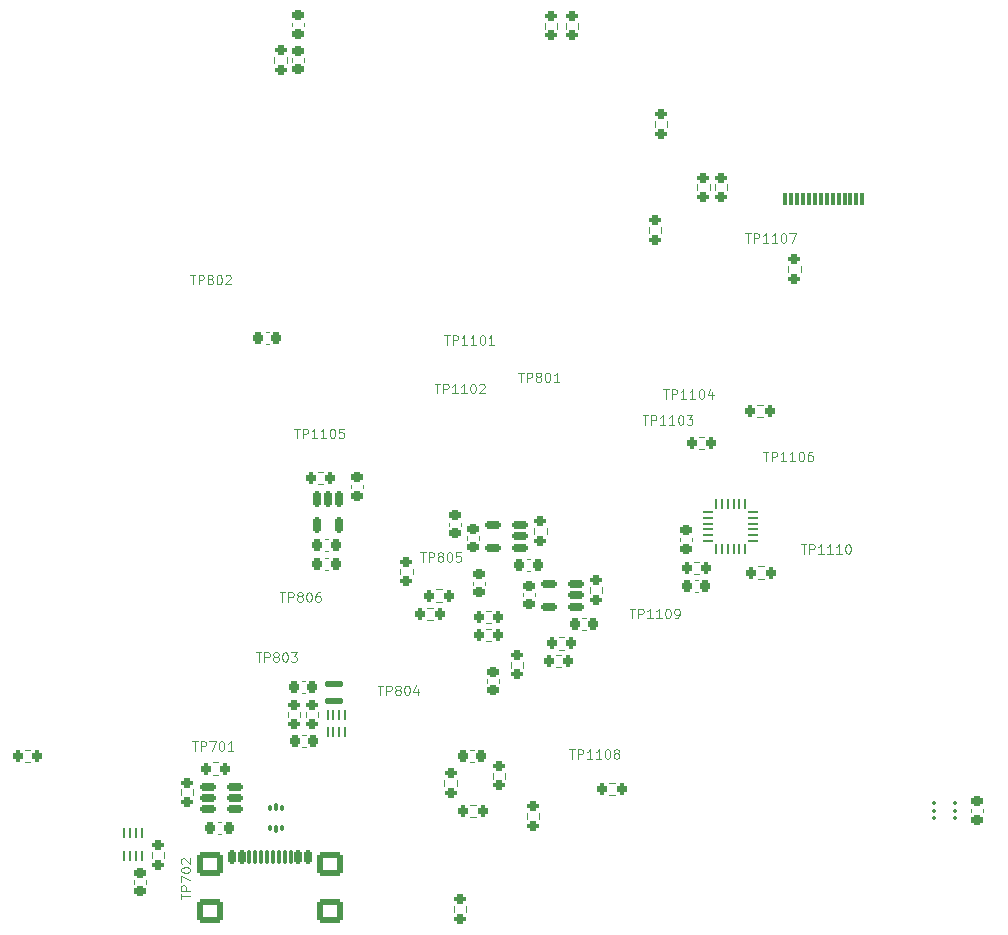
<source format=gbr>
%TF.GenerationSoftware,KiCad,Pcbnew,9.0.6+1*%
%TF.CreationDate,2026-01-19T19:16:59+00:00*%
%TF.ProjectId,Mainboard,4d61696e-626f-4617-9264-2e6b69636164,1.0.0*%
%TF.SameCoordinates,Original*%
%TF.FileFunction,Legend,Top*%
%TF.FilePolarity,Positive*%
%FSLAX46Y46*%
G04 Gerber Fmt 4.6, Leading zero omitted, Abs format (unit mm)*
G04 Created by KiCad (PCBNEW 9.0.6+1) date 2026-01-19 19:16:59*
%MOMM*%
%LPD*%
G01*
G04 APERTURE LIST*
G04 Aperture macros list*
%AMRoundRect*
0 Rectangle with rounded corners*
0 $1 Rounding radius*
0 $2 $3 $4 $5 $6 $7 $8 $9 X,Y pos of 4 corners*
0 Add a 4 corners polygon primitive as box body*
4,1,4,$2,$3,$4,$5,$6,$7,$8,$9,$2,$3,0*
0 Add four circle primitives for the rounded corners*
1,1,$1+$1,$2,$3*
1,1,$1+$1,$4,$5*
1,1,$1+$1,$6,$7*
1,1,$1+$1,$8,$9*
0 Add four rect primitives between the rounded corners*
20,1,$1+$1,$2,$3,$4,$5,0*
20,1,$1+$1,$4,$5,$6,$7,0*
20,1,$1+$1,$6,$7,$8,$9,0*
20,1,$1+$1,$8,$9,$2,$3,0*%
%AMRotRect*
0 Rectangle, with rotation*
0 The origin of the aperture is its center*
0 $1 length*
0 $2 width*
0 $3 Rotation angle, in degrees counterclockwise*
0 Add horizontal line*
21,1,$1,$2,0,0,$3*%
%AMFreePoly0*
4,1,7,1.050000,-0.975000,-0.250000,-0.975000,-0.250000,-0.625000,-1.050000,-0.625000,-1.050000,0.975000,1.050000,0.975000,1.050000,-0.975000,1.050000,-0.975000,$1*%
%AMFreePoly1*
4,1,7,1.050000,-0.625000,0.250000,-0.625000,0.250000,-0.975000,-1.050000,-0.975000,-1.050000,0.975000,1.050000,0.975000,1.050000,-0.625000,1.050000,-0.625000,$1*%
G04 Aperture macros list end*
%ADD10C,0.120000*%
%ADD11R,1.000000X1.000000*%
%ADD12RoundRect,0.225000X0.250000X-0.225000X0.250000X0.225000X-0.250000X0.225000X-0.250000X-0.225000X0*%
%ADD13R,1.100000X0.400000*%
%ADD14RoundRect,0.225000X0.225000X0.250000X-0.225000X0.250000X-0.225000X-0.250000X0.225000X-0.250000X0*%
%ADD15RoundRect,0.200000X-0.200000X-0.275000X0.200000X-0.275000X0.200000X0.275000X-0.200000X0.275000X0*%
%ADD16RoundRect,0.200000X0.275000X-0.200000X0.275000X0.200000X-0.275000X0.200000X-0.275000X-0.200000X0*%
%ADD17RoundRect,0.225000X-0.250000X0.225000X-0.250000X-0.225000X0.250000X-0.225000X0.250000X0.225000X0*%
%ADD18RoundRect,0.200000X-0.275000X0.200000X-0.275000X-0.200000X0.275000X-0.200000X0.275000X0.200000X0*%
%ADD19R,0.850000X0.650000*%
%ADD20RoundRect,0.075000X0.075000X0.475000X-0.075000X0.475000X-0.075000X-0.475000X0.075000X-0.475000X0*%
%ADD21FreePoly0,180.000000*%
%ADD22FreePoly1,180.000000*%
%ADD23RoundRect,0.150000X0.512500X0.150000X-0.512500X0.150000X-0.512500X-0.150000X0.512500X-0.150000X0*%
%ADD24R,0.650000X0.170000*%
%ADD25RoundRect,0.200000X0.200000X0.275000X-0.200000X0.275000X-0.200000X-0.275000X0.200000X-0.275000X0*%
%ADD26RoundRect,0.093750X-0.093750X-0.106250X0.093750X-0.106250X0.093750X0.106250X-0.093750X0.106250X0*%
%ADD27R,1.000000X1.600000*%
%ADD28C,0.800000*%
%ADD29C,5.000000*%
%ADD30R,0.170000X0.650000*%
%ADD31RoundRect,0.062500X0.062500X-0.325000X0.062500X0.325000X-0.062500X0.325000X-0.062500X-0.325000X0*%
%ADD32R,1.200000X0.800000*%
%ADD33RoundRect,0.225000X-0.225000X-0.250000X0.225000X-0.250000X0.225000X0.250000X-0.225000X0.250000X0*%
%ADD34RoundRect,0.093750X0.093750X-0.156250X0.093750X0.156250X-0.093750X0.156250X-0.093750X-0.156250X0*%
%ADD35RoundRect,0.075000X0.075000X-0.250000X0.075000X0.250000X-0.075000X0.250000X-0.075000X-0.250000X0*%
%ADD36R,0.700000X0.270000*%
%ADD37RoundRect,0.062500X0.062500X-0.337500X0.062500X0.337500X-0.062500X0.337500X-0.062500X-0.337500X0*%
%ADD38R,0.200000X0.600000*%
%ADD39R,0.250000X0.150000*%
%ADD40R,0.600000X0.200000*%
%ADD41C,1.500000*%
%ADD42C,1.800000*%
%ADD43RoundRect,0.062500X0.062500X-0.375000X0.062500X0.375000X-0.062500X0.375000X-0.062500X-0.375000X0*%
%ADD44RoundRect,0.062500X0.375000X-0.062500X0.375000X0.062500X-0.375000X0.062500X-0.375000X-0.062500X0*%
%ADD45R,2.100000X2.100000*%
%ADD46R,1.500000X0.900000*%
%ADD47R,0.900000X1.500000*%
%ADD48R,3.900000X3.900000*%
%ADD49RoundRect,0.137500X0.662500X-0.137500X0.662500X0.137500X-0.662500X0.137500X-0.662500X-0.137500X0*%
%ADD50RoundRect,0.150000X-0.150000X0.512500X-0.150000X-0.512500X0.150000X-0.512500X0.150000X0.512500X0*%
%ADD51O,2.200000X3.500000*%
%ADD52R,1.500000X2.500000*%
%ADD53O,1.500000X2.500000*%
%ADD54R,1.000000X3.500000*%
%ADD55R,1.500000X3.400000*%
%ADD56R,1.400000X0.700000*%
%ADD57R,1.200000X0.700000*%
%ADD58R,0.800000X1.200000*%
%ADD59R,1.900000X1.500000*%
%ADD60RotRect,0.200000X0.200000X135.000000*%
%ADD61R,0.500000X0.500000*%
%ADD62R,1.400000X1.000000*%
%ADD63R,1.200000X1.200000*%
%ADD64R,3.200000X1.200000*%
%ADD65C,0.650000*%
%ADD66RoundRect,0.150000X-0.150000X-0.425000X0.150000X-0.425000X0.150000X0.425000X-0.150000X0.425000X0*%
%ADD67RoundRect,0.075000X-0.075000X-0.500000X0.075000X-0.500000X0.075000X0.500000X-0.075000X0.500000X0*%
%ADD68RoundRect,0.250000X-0.840000X-0.750000X0.840000X-0.750000X0.840000X0.750000X-0.840000X0.750000X0*%
%ADD69C,2.200000*%
%ADD70C,2.600000*%
%ADD71C,1.850000*%
G04 APERTURE END LIST*
D10*
X196528571Y-180763855D02*
X196985714Y-180763855D01*
X196757142Y-181563855D02*
X196757142Y-180763855D01*
X197252381Y-181563855D02*
X197252381Y-180763855D01*
X197252381Y-180763855D02*
X197557143Y-180763855D01*
X197557143Y-180763855D02*
X197633333Y-180801950D01*
X197633333Y-180801950D02*
X197671428Y-180840045D01*
X197671428Y-180840045D02*
X197709524Y-180916236D01*
X197709524Y-180916236D02*
X197709524Y-181030521D01*
X197709524Y-181030521D02*
X197671428Y-181106712D01*
X197671428Y-181106712D02*
X197633333Y-181144807D01*
X197633333Y-181144807D02*
X197557143Y-181182902D01*
X197557143Y-181182902D02*
X197252381Y-181182902D01*
X197976190Y-180763855D02*
X198509524Y-180763855D01*
X198509524Y-180763855D02*
X198166666Y-181563855D01*
X198966667Y-180763855D02*
X199042857Y-180763855D01*
X199042857Y-180763855D02*
X199119048Y-180801950D01*
X199119048Y-180801950D02*
X199157143Y-180840045D01*
X199157143Y-180840045D02*
X199195238Y-180916236D01*
X199195238Y-180916236D02*
X199233333Y-181068617D01*
X199233333Y-181068617D02*
X199233333Y-181259093D01*
X199233333Y-181259093D02*
X199195238Y-181411474D01*
X199195238Y-181411474D02*
X199157143Y-181487664D01*
X199157143Y-181487664D02*
X199119048Y-181525760D01*
X199119048Y-181525760D02*
X199042857Y-181563855D01*
X199042857Y-181563855D02*
X198966667Y-181563855D01*
X198966667Y-181563855D02*
X198890476Y-181525760D01*
X198890476Y-181525760D02*
X198852381Y-181487664D01*
X198852381Y-181487664D02*
X198814286Y-181411474D01*
X198814286Y-181411474D02*
X198776190Y-181259093D01*
X198776190Y-181259093D02*
X198776190Y-181068617D01*
X198776190Y-181068617D02*
X198814286Y-180916236D01*
X198814286Y-180916236D02*
X198852381Y-180840045D01*
X198852381Y-180840045D02*
X198890476Y-180801950D01*
X198890476Y-180801950D02*
X198966667Y-180763855D01*
X199995238Y-181563855D02*
X199538095Y-181563855D01*
X199766667Y-181563855D02*
X199766667Y-180763855D01*
X199766667Y-180763855D02*
X199690476Y-180878140D01*
X199690476Y-180878140D02*
X199614286Y-180954331D01*
X199614286Y-180954331D02*
X199538095Y-180992426D01*
X196328571Y-141301356D02*
X196785714Y-141301356D01*
X196557142Y-142101356D02*
X196557142Y-141301356D01*
X197052381Y-142101356D02*
X197052381Y-141301356D01*
X197052381Y-141301356D02*
X197357143Y-141301356D01*
X197357143Y-141301356D02*
X197433333Y-141339451D01*
X197433333Y-141339451D02*
X197471428Y-141377546D01*
X197471428Y-141377546D02*
X197509524Y-141453737D01*
X197509524Y-141453737D02*
X197509524Y-141568022D01*
X197509524Y-141568022D02*
X197471428Y-141644213D01*
X197471428Y-141644213D02*
X197433333Y-141682308D01*
X197433333Y-141682308D02*
X197357143Y-141720403D01*
X197357143Y-141720403D02*
X197052381Y-141720403D01*
X197966666Y-141644213D02*
X197890476Y-141606118D01*
X197890476Y-141606118D02*
X197852381Y-141568022D01*
X197852381Y-141568022D02*
X197814285Y-141491832D01*
X197814285Y-141491832D02*
X197814285Y-141453737D01*
X197814285Y-141453737D02*
X197852381Y-141377546D01*
X197852381Y-141377546D02*
X197890476Y-141339451D01*
X197890476Y-141339451D02*
X197966666Y-141301356D01*
X197966666Y-141301356D02*
X198119047Y-141301356D01*
X198119047Y-141301356D02*
X198195238Y-141339451D01*
X198195238Y-141339451D02*
X198233333Y-141377546D01*
X198233333Y-141377546D02*
X198271428Y-141453737D01*
X198271428Y-141453737D02*
X198271428Y-141491832D01*
X198271428Y-141491832D02*
X198233333Y-141568022D01*
X198233333Y-141568022D02*
X198195238Y-141606118D01*
X198195238Y-141606118D02*
X198119047Y-141644213D01*
X198119047Y-141644213D02*
X197966666Y-141644213D01*
X197966666Y-141644213D02*
X197890476Y-141682308D01*
X197890476Y-141682308D02*
X197852381Y-141720403D01*
X197852381Y-141720403D02*
X197814285Y-141796594D01*
X197814285Y-141796594D02*
X197814285Y-141948975D01*
X197814285Y-141948975D02*
X197852381Y-142025165D01*
X197852381Y-142025165D02*
X197890476Y-142063261D01*
X197890476Y-142063261D02*
X197966666Y-142101356D01*
X197966666Y-142101356D02*
X198119047Y-142101356D01*
X198119047Y-142101356D02*
X198195238Y-142063261D01*
X198195238Y-142063261D02*
X198233333Y-142025165D01*
X198233333Y-142025165D02*
X198271428Y-141948975D01*
X198271428Y-141948975D02*
X198271428Y-141796594D01*
X198271428Y-141796594D02*
X198233333Y-141720403D01*
X198233333Y-141720403D02*
X198195238Y-141682308D01*
X198195238Y-141682308D02*
X198119047Y-141644213D01*
X198766667Y-141301356D02*
X198842857Y-141301356D01*
X198842857Y-141301356D02*
X198919048Y-141339451D01*
X198919048Y-141339451D02*
X198957143Y-141377546D01*
X198957143Y-141377546D02*
X198995238Y-141453737D01*
X198995238Y-141453737D02*
X199033333Y-141606118D01*
X199033333Y-141606118D02*
X199033333Y-141796594D01*
X199033333Y-141796594D02*
X198995238Y-141948975D01*
X198995238Y-141948975D02*
X198957143Y-142025165D01*
X198957143Y-142025165D02*
X198919048Y-142063261D01*
X198919048Y-142063261D02*
X198842857Y-142101356D01*
X198842857Y-142101356D02*
X198766667Y-142101356D01*
X198766667Y-142101356D02*
X198690476Y-142063261D01*
X198690476Y-142063261D02*
X198652381Y-142025165D01*
X198652381Y-142025165D02*
X198614286Y-141948975D01*
X198614286Y-141948975D02*
X198576190Y-141796594D01*
X198576190Y-141796594D02*
X198576190Y-141606118D01*
X198576190Y-141606118D02*
X198614286Y-141453737D01*
X198614286Y-141453737D02*
X198652381Y-141377546D01*
X198652381Y-141377546D02*
X198690476Y-141339451D01*
X198690476Y-141339451D02*
X198766667Y-141301356D01*
X199338095Y-141377546D02*
X199376191Y-141339451D01*
X199376191Y-141339451D02*
X199452381Y-141301356D01*
X199452381Y-141301356D02*
X199642857Y-141301356D01*
X199642857Y-141301356D02*
X199719048Y-141339451D01*
X199719048Y-141339451D02*
X199757143Y-141377546D01*
X199757143Y-141377546D02*
X199795238Y-141453737D01*
X199795238Y-141453737D02*
X199795238Y-141529927D01*
X199795238Y-141529927D02*
X199757143Y-141644213D01*
X199757143Y-141644213D02*
X199300000Y-142101356D01*
X199300000Y-142101356D02*
X199795238Y-142101356D01*
X203928571Y-168163855D02*
X204385714Y-168163855D01*
X204157142Y-168963855D02*
X204157142Y-168163855D01*
X204652381Y-168963855D02*
X204652381Y-168163855D01*
X204652381Y-168163855D02*
X204957143Y-168163855D01*
X204957143Y-168163855D02*
X205033333Y-168201950D01*
X205033333Y-168201950D02*
X205071428Y-168240045D01*
X205071428Y-168240045D02*
X205109524Y-168316236D01*
X205109524Y-168316236D02*
X205109524Y-168430521D01*
X205109524Y-168430521D02*
X205071428Y-168506712D01*
X205071428Y-168506712D02*
X205033333Y-168544807D01*
X205033333Y-168544807D02*
X204957143Y-168582902D01*
X204957143Y-168582902D02*
X204652381Y-168582902D01*
X205566666Y-168506712D02*
X205490476Y-168468617D01*
X205490476Y-168468617D02*
X205452381Y-168430521D01*
X205452381Y-168430521D02*
X205414285Y-168354331D01*
X205414285Y-168354331D02*
X205414285Y-168316236D01*
X205414285Y-168316236D02*
X205452381Y-168240045D01*
X205452381Y-168240045D02*
X205490476Y-168201950D01*
X205490476Y-168201950D02*
X205566666Y-168163855D01*
X205566666Y-168163855D02*
X205719047Y-168163855D01*
X205719047Y-168163855D02*
X205795238Y-168201950D01*
X205795238Y-168201950D02*
X205833333Y-168240045D01*
X205833333Y-168240045D02*
X205871428Y-168316236D01*
X205871428Y-168316236D02*
X205871428Y-168354331D01*
X205871428Y-168354331D02*
X205833333Y-168430521D01*
X205833333Y-168430521D02*
X205795238Y-168468617D01*
X205795238Y-168468617D02*
X205719047Y-168506712D01*
X205719047Y-168506712D02*
X205566666Y-168506712D01*
X205566666Y-168506712D02*
X205490476Y-168544807D01*
X205490476Y-168544807D02*
X205452381Y-168582902D01*
X205452381Y-168582902D02*
X205414285Y-168659093D01*
X205414285Y-168659093D02*
X205414285Y-168811474D01*
X205414285Y-168811474D02*
X205452381Y-168887664D01*
X205452381Y-168887664D02*
X205490476Y-168925760D01*
X205490476Y-168925760D02*
X205566666Y-168963855D01*
X205566666Y-168963855D02*
X205719047Y-168963855D01*
X205719047Y-168963855D02*
X205795238Y-168925760D01*
X205795238Y-168925760D02*
X205833333Y-168887664D01*
X205833333Y-168887664D02*
X205871428Y-168811474D01*
X205871428Y-168811474D02*
X205871428Y-168659093D01*
X205871428Y-168659093D02*
X205833333Y-168582902D01*
X205833333Y-168582902D02*
X205795238Y-168544807D01*
X205795238Y-168544807D02*
X205719047Y-168506712D01*
X206366667Y-168163855D02*
X206442857Y-168163855D01*
X206442857Y-168163855D02*
X206519048Y-168201950D01*
X206519048Y-168201950D02*
X206557143Y-168240045D01*
X206557143Y-168240045D02*
X206595238Y-168316236D01*
X206595238Y-168316236D02*
X206633333Y-168468617D01*
X206633333Y-168468617D02*
X206633333Y-168659093D01*
X206633333Y-168659093D02*
X206595238Y-168811474D01*
X206595238Y-168811474D02*
X206557143Y-168887664D01*
X206557143Y-168887664D02*
X206519048Y-168925760D01*
X206519048Y-168925760D02*
X206442857Y-168963855D01*
X206442857Y-168963855D02*
X206366667Y-168963855D01*
X206366667Y-168963855D02*
X206290476Y-168925760D01*
X206290476Y-168925760D02*
X206252381Y-168887664D01*
X206252381Y-168887664D02*
X206214286Y-168811474D01*
X206214286Y-168811474D02*
X206176190Y-168659093D01*
X206176190Y-168659093D02*
X206176190Y-168468617D01*
X206176190Y-168468617D02*
X206214286Y-168316236D01*
X206214286Y-168316236D02*
X206252381Y-168240045D01*
X206252381Y-168240045D02*
X206290476Y-168201950D01*
X206290476Y-168201950D02*
X206366667Y-168163855D01*
X207319048Y-168163855D02*
X207166667Y-168163855D01*
X207166667Y-168163855D02*
X207090476Y-168201950D01*
X207090476Y-168201950D02*
X207052381Y-168240045D01*
X207052381Y-168240045D02*
X206976191Y-168354331D01*
X206976191Y-168354331D02*
X206938095Y-168506712D01*
X206938095Y-168506712D02*
X206938095Y-168811474D01*
X206938095Y-168811474D02*
X206976191Y-168887664D01*
X206976191Y-168887664D02*
X207014286Y-168925760D01*
X207014286Y-168925760D02*
X207090476Y-168963855D01*
X207090476Y-168963855D02*
X207242857Y-168963855D01*
X207242857Y-168963855D02*
X207319048Y-168925760D01*
X207319048Y-168925760D02*
X207357143Y-168887664D01*
X207357143Y-168887664D02*
X207395238Y-168811474D01*
X207395238Y-168811474D02*
X207395238Y-168620998D01*
X207395238Y-168620998D02*
X207357143Y-168544807D01*
X207357143Y-168544807D02*
X207319048Y-168506712D01*
X207319048Y-168506712D02*
X207242857Y-168468617D01*
X207242857Y-168468617D02*
X207090476Y-168468617D01*
X207090476Y-168468617D02*
X207014286Y-168506712D01*
X207014286Y-168506712D02*
X206976191Y-168544807D01*
X206976191Y-168544807D02*
X206938095Y-168620998D01*
X224128571Y-149563855D02*
X224585714Y-149563855D01*
X224357142Y-150363855D02*
X224357142Y-149563855D01*
X224852381Y-150363855D02*
X224852381Y-149563855D01*
X224852381Y-149563855D02*
X225157143Y-149563855D01*
X225157143Y-149563855D02*
X225233333Y-149601950D01*
X225233333Y-149601950D02*
X225271428Y-149640045D01*
X225271428Y-149640045D02*
X225309524Y-149716236D01*
X225309524Y-149716236D02*
X225309524Y-149830521D01*
X225309524Y-149830521D02*
X225271428Y-149906712D01*
X225271428Y-149906712D02*
X225233333Y-149944807D01*
X225233333Y-149944807D02*
X225157143Y-149982902D01*
X225157143Y-149982902D02*
X224852381Y-149982902D01*
X225766666Y-149906712D02*
X225690476Y-149868617D01*
X225690476Y-149868617D02*
X225652381Y-149830521D01*
X225652381Y-149830521D02*
X225614285Y-149754331D01*
X225614285Y-149754331D02*
X225614285Y-149716236D01*
X225614285Y-149716236D02*
X225652381Y-149640045D01*
X225652381Y-149640045D02*
X225690476Y-149601950D01*
X225690476Y-149601950D02*
X225766666Y-149563855D01*
X225766666Y-149563855D02*
X225919047Y-149563855D01*
X225919047Y-149563855D02*
X225995238Y-149601950D01*
X225995238Y-149601950D02*
X226033333Y-149640045D01*
X226033333Y-149640045D02*
X226071428Y-149716236D01*
X226071428Y-149716236D02*
X226071428Y-149754331D01*
X226071428Y-149754331D02*
X226033333Y-149830521D01*
X226033333Y-149830521D02*
X225995238Y-149868617D01*
X225995238Y-149868617D02*
X225919047Y-149906712D01*
X225919047Y-149906712D02*
X225766666Y-149906712D01*
X225766666Y-149906712D02*
X225690476Y-149944807D01*
X225690476Y-149944807D02*
X225652381Y-149982902D01*
X225652381Y-149982902D02*
X225614285Y-150059093D01*
X225614285Y-150059093D02*
X225614285Y-150211474D01*
X225614285Y-150211474D02*
X225652381Y-150287664D01*
X225652381Y-150287664D02*
X225690476Y-150325760D01*
X225690476Y-150325760D02*
X225766666Y-150363855D01*
X225766666Y-150363855D02*
X225919047Y-150363855D01*
X225919047Y-150363855D02*
X225995238Y-150325760D01*
X225995238Y-150325760D02*
X226033333Y-150287664D01*
X226033333Y-150287664D02*
X226071428Y-150211474D01*
X226071428Y-150211474D02*
X226071428Y-150059093D01*
X226071428Y-150059093D02*
X226033333Y-149982902D01*
X226033333Y-149982902D02*
X225995238Y-149944807D01*
X225995238Y-149944807D02*
X225919047Y-149906712D01*
X226566667Y-149563855D02*
X226642857Y-149563855D01*
X226642857Y-149563855D02*
X226719048Y-149601950D01*
X226719048Y-149601950D02*
X226757143Y-149640045D01*
X226757143Y-149640045D02*
X226795238Y-149716236D01*
X226795238Y-149716236D02*
X226833333Y-149868617D01*
X226833333Y-149868617D02*
X226833333Y-150059093D01*
X226833333Y-150059093D02*
X226795238Y-150211474D01*
X226795238Y-150211474D02*
X226757143Y-150287664D01*
X226757143Y-150287664D02*
X226719048Y-150325760D01*
X226719048Y-150325760D02*
X226642857Y-150363855D01*
X226642857Y-150363855D02*
X226566667Y-150363855D01*
X226566667Y-150363855D02*
X226490476Y-150325760D01*
X226490476Y-150325760D02*
X226452381Y-150287664D01*
X226452381Y-150287664D02*
X226414286Y-150211474D01*
X226414286Y-150211474D02*
X226376190Y-150059093D01*
X226376190Y-150059093D02*
X226376190Y-149868617D01*
X226376190Y-149868617D02*
X226414286Y-149716236D01*
X226414286Y-149716236D02*
X226452381Y-149640045D01*
X226452381Y-149640045D02*
X226490476Y-149601950D01*
X226490476Y-149601950D02*
X226566667Y-149563855D01*
X227595238Y-150363855D02*
X227138095Y-150363855D01*
X227366667Y-150363855D02*
X227366667Y-149563855D01*
X227366667Y-149563855D02*
X227290476Y-149678140D01*
X227290476Y-149678140D02*
X227214286Y-149754331D01*
X227214286Y-149754331D02*
X227138095Y-149792426D01*
X217847618Y-146415855D02*
X218304761Y-146415855D01*
X218076189Y-147215855D02*
X218076189Y-146415855D01*
X218571428Y-147215855D02*
X218571428Y-146415855D01*
X218571428Y-146415855D02*
X218876190Y-146415855D01*
X218876190Y-146415855D02*
X218952380Y-146453950D01*
X218952380Y-146453950D02*
X218990475Y-146492045D01*
X218990475Y-146492045D02*
X219028571Y-146568236D01*
X219028571Y-146568236D02*
X219028571Y-146682521D01*
X219028571Y-146682521D02*
X218990475Y-146758712D01*
X218990475Y-146758712D02*
X218952380Y-146796807D01*
X218952380Y-146796807D02*
X218876190Y-146834902D01*
X218876190Y-146834902D02*
X218571428Y-146834902D01*
X219790475Y-147215855D02*
X219333332Y-147215855D01*
X219561904Y-147215855D02*
X219561904Y-146415855D01*
X219561904Y-146415855D02*
X219485713Y-146530140D01*
X219485713Y-146530140D02*
X219409523Y-146606331D01*
X219409523Y-146606331D02*
X219333332Y-146644426D01*
X220552380Y-147215855D02*
X220095237Y-147215855D01*
X220323809Y-147215855D02*
X220323809Y-146415855D01*
X220323809Y-146415855D02*
X220247618Y-146530140D01*
X220247618Y-146530140D02*
X220171428Y-146606331D01*
X220171428Y-146606331D02*
X220095237Y-146644426D01*
X221047619Y-146415855D02*
X221123809Y-146415855D01*
X221123809Y-146415855D02*
X221200000Y-146453950D01*
X221200000Y-146453950D02*
X221238095Y-146492045D01*
X221238095Y-146492045D02*
X221276190Y-146568236D01*
X221276190Y-146568236D02*
X221314285Y-146720617D01*
X221314285Y-146720617D02*
X221314285Y-146911093D01*
X221314285Y-146911093D02*
X221276190Y-147063474D01*
X221276190Y-147063474D02*
X221238095Y-147139664D01*
X221238095Y-147139664D02*
X221200000Y-147177760D01*
X221200000Y-147177760D02*
X221123809Y-147215855D01*
X221123809Y-147215855D02*
X221047619Y-147215855D01*
X221047619Y-147215855D02*
X220971428Y-147177760D01*
X220971428Y-147177760D02*
X220933333Y-147139664D01*
X220933333Y-147139664D02*
X220895238Y-147063474D01*
X220895238Y-147063474D02*
X220857142Y-146911093D01*
X220857142Y-146911093D02*
X220857142Y-146720617D01*
X220857142Y-146720617D02*
X220895238Y-146568236D01*
X220895238Y-146568236D02*
X220933333Y-146492045D01*
X220933333Y-146492045D02*
X220971428Y-146453950D01*
X220971428Y-146453950D02*
X221047619Y-146415855D01*
X222076190Y-147215855D02*
X221619047Y-147215855D01*
X221847619Y-147215855D02*
X221847619Y-146415855D01*
X221847619Y-146415855D02*
X221771428Y-146530140D01*
X221771428Y-146530140D02*
X221695238Y-146606331D01*
X221695238Y-146606331D02*
X221619047Y-146644426D01*
X233547618Y-169563855D02*
X234004761Y-169563855D01*
X233776189Y-170363855D02*
X233776189Y-169563855D01*
X234271428Y-170363855D02*
X234271428Y-169563855D01*
X234271428Y-169563855D02*
X234576190Y-169563855D01*
X234576190Y-169563855D02*
X234652380Y-169601950D01*
X234652380Y-169601950D02*
X234690475Y-169640045D01*
X234690475Y-169640045D02*
X234728571Y-169716236D01*
X234728571Y-169716236D02*
X234728571Y-169830521D01*
X234728571Y-169830521D02*
X234690475Y-169906712D01*
X234690475Y-169906712D02*
X234652380Y-169944807D01*
X234652380Y-169944807D02*
X234576190Y-169982902D01*
X234576190Y-169982902D02*
X234271428Y-169982902D01*
X235490475Y-170363855D02*
X235033332Y-170363855D01*
X235261904Y-170363855D02*
X235261904Y-169563855D01*
X235261904Y-169563855D02*
X235185713Y-169678140D01*
X235185713Y-169678140D02*
X235109523Y-169754331D01*
X235109523Y-169754331D02*
X235033332Y-169792426D01*
X236252380Y-170363855D02*
X235795237Y-170363855D01*
X236023809Y-170363855D02*
X236023809Y-169563855D01*
X236023809Y-169563855D02*
X235947618Y-169678140D01*
X235947618Y-169678140D02*
X235871428Y-169754331D01*
X235871428Y-169754331D02*
X235795237Y-169792426D01*
X236747619Y-169563855D02*
X236823809Y-169563855D01*
X236823809Y-169563855D02*
X236900000Y-169601950D01*
X236900000Y-169601950D02*
X236938095Y-169640045D01*
X236938095Y-169640045D02*
X236976190Y-169716236D01*
X236976190Y-169716236D02*
X237014285Y-169868617D01*
X237014285Y-169868617D02*
X237014285Y-170059093D01*
X237014285Y-170059093D02*
X236976190Y-170211474D01*
X236976190Y-170211474D02*
X236938095Y-170287664D01*
X236938095Y-170287664D02*
X236900000Y-170325760D01*
X236900000Y-170325760D02*
X236823809Y-170363855D01*
X236823809Y-170363855D02*
X236747619Y-170363855D01*
X236747619Y-170363855D02*
X236671428Y-170325760D01*
X236671428Y-170325760D02*
X236633333Y-170287664D01*
X236633333Y-170287664D02*
X236595238Y-170211474D01*
X236595238Y-170211474D02*
X236557142Y-170059093D01*
X236557142Y-170059093D02*
X236557142Y-169868617D01*
X236557142Y-169868617D02*
X236595238Y-169716236D01*
X236595238Y-169716236D02*
X236633333Y-169640045D01*
X236633333Y-169640045D02*
X236671428Y-169601950D01*
X236671428Y-169601950D02*
X236747619Y-169563855D01*
X237395238Y-170363855D02*
X237547619Y-170363855D01*
X237547619Y-170363855D02*
X237623809Y-170325760D01*
X237623809Y-170325760D02*
X237661905Y-170287664D01*
X237661905Y-170287664D02*
X237738095Y-170173379D01*
X237738095Y-170173379D02*
X237776190Y-170020998D01*
X237776190Y-170020998D02*
X237776190Y-169716236D01*
X237776190Y-169716236D02*
X237738095Y-169640045D01*
X237738095Y-169640045D02*
X237700000Y-169601950D01*
X237700000Y-169601950D02*
X237623809Y-169563855D01*
X237623809Y-169563855D02*
X237471428Y-169563855D01*
X237471428Y-169563855D02*
X237395238Y-169601950D01*
X237395238Y-169601950D02*
X237357143Y-169640045D01*
X237357143Y-169640045D02*
X237319047Y-169716236D01*
X237319047Y-169716236D02*
X237319047Y-169906712D01*
X237319047Y-169906712D02*
X237357143Y-169982902D01*
X237357143Y-169982902D02*
X237395238Y-170020998D01*
X237395238Y-170020998D02*
X237471428Y-170059093D01*
X237471428Y-170059093D02*
X237623809Y-170059093D01*
X237623809Y-170059093D02*
X237700000Y-170020998D01*
X237700000Y-170020998D02*
X237738095Y-169982902D01*
X237738095Y-169982902D02*
X237776190Y-169906712D01*
X244847618Y-156263855D02*
X245304761Y-156263855D01*
X245076189Y-157063855D02*
X245076189Y-156263855D01*
X245571428Y-157063855D02*
X245571428Y-156263855D01*
X245571428Y-156263855D02*
X245876190Y-156263855D01*
X245876190Y-156263855D02*
X245952380Y-156301950D01*
X245952380Y-156301950D02*
X245990475Y-156340045D01*
X245990475Y-156340045D02*
X246028571Y-156416236D01*
X246028571Y-156416236D02*
X246028571Y-156530521D01*
X246028571Y-156530521D02*
X245990475Y-156606712D01*
X245990475Y-156606712D02*
X245952380Y-156644807D01*
X245952380Y-156644807D02*
X245876190Y-156682902D01*
X245876190Y-156682902D02*
X245571428Y-156682902D01*
X246790475Y-157063855D02*
X246333332Y-157063855D01*
X246561904Y-157063855D02*
X246561904Y-156263855D01*
X246561904Y-156263855D02*
X246485713Y-156378140D01*
X246485713Y-156378140D02*
X246409523Y-156454331D01*
X246409523Y-156454331D02*
X246333332Y-156492426D01*
X247552380Y-157063855D02*
X247095237Y-157063855D01*
X247323809Y-157063855D02*
X247323809Y-156263855D01*
X247323809Y-156263855D02*
X247247618Y-156378140D01*
X247247618Y-156378140D02*
X247171428Y-156454331D01*
X247171428Y-156454331D02*
X247095237Y-156492426D01*
X248047619Y-156263855D02*
X248123809Y-156263855D01*
X248123809Y-156263855D02*
X248200000Y-156301950D01*
X248200000Y-156301950D02*
X248238095Y-156340045D01*
X248238095Y-156340045D02*
X248276190Y-156416236D01*
X248276190Y-156416236D02*
X248314285Y-156568617D01*
X248314285Y-156568617D02*
X248314285Y-156759093D01*
X248314285Y-156759093D02*
X248276190Y-156911474D01*
X248276190Y-156911474D02*
X248238095Y-156987664D01*
X248238095Y-156987664D02*
X248200000Y-157025760D01*
X248200000Y-157025760D02*
X248123809Y-157063855D01*
X248123809Y-157063855D02*
X248047619Y-157063855D01*
X248047619Y-157063855D02*
X247971428Y-157025760D01*
X247971428Y-157025760D02*
X247933333Y-156987664D01*
X247933333Y-156987664D02*
X247895238Y-156911474D01*
X247895238Y-156911474D02*
X247857142Y-156759093D01*
X247857142Y-156759093D02*
X247857142Y-156568617D01*
X247857142Y-156568617D02*
X247895238Y-156416236D01*
X247895238Y-156416236D02*
X247933333Y-156340045D01*
X247933333Y-156340045D02*
X247971428Y-156301950D01*
X247971428Y-156301950D02*
X248047619Y-156263855D01*
X249000000Y-156263855D02*
X248847619Y-156263855D01*
X248847619Y-156263855D02*
X248771428Y-156301950D01*
X248771428Y-156301950D02*
X248733333Y-156340045D01*
X248733333Y-156340045D02*
X248657143Y-156454331D01*
X248657143Y-156454331D02*
X248619047Y-156606712D01*
X248619047Y-156606712D02*
X248619047Y-156911474D01*
X248619047Y-156911474D02*
X248657143Y-156987664D01*
X248657143Y-156987664D02*
X248695238Y-157025760D01*
X248695238Y-157025760D02*
X248771428Y-157063855D01*
X248771428Y-157063855D02*
X248923809Y-157063855D01*
X248923809Y-157063855D02*
X249000000Y-157025760D01*
X249000000Y-157025760D02*
X249038095Y-156987664D01*
X249038095Y-156987664D02*
X249076190Y-156911474D01*
X249076190Y-156911474D02*
X249076190Y-156720998D01*
X249076190Y-156720998D02*
X249038095Y-156644807D01*
X249038095Y-156644807D02*
X249000000Y-156606712D01*
X249000000Y-156606712D02*
X248923809Y-156568617D01*
X248923809Y-156568617D02*
X248771428Y-156568617D01*
X248771428Y-156568617D02*
X248695238Y-156606712D01*
X248695238Y-156606712D02*
X248657143Y-156644807D01*
X248657143Y-156644807D02*
X248619047Y-156720998D01*
X212228571Y-176063855D02*
X212685714Y-176063855D01*
X212457142Y-176863855D02*
X212457142Y-176063855D01*
X212952381Y-176863855D02*
X212952381Y-176063855D01*
X212952381Y-176063855D02*
X213257143Y-176063855D01*
X213257143Y-176063855D02*
X213333333Y-176101950D01*
X213333333Y-176101950D02*
X213371428Y-176140045D01*
X213371428Y-176140045D02*
X213409524Y-176216236D01*
X213409524Y-176216236D02*
X213409524Y-176330521D01*
X213409524Y-176330521D02*
X213371428Y-176406712D01*
X213371428Y-176406712D02*
X213333333Y-176444807D01*
X213333333Y-176444807D02*
X213257143Y-176482902D01*
X213257143Y-176482902D02*
X212952381Y-176482902D01*
X213866666Y-176406712D02*
X213790476Y-176368617D01*
X213790476Y-176368617D02*
X213752381Y-176330521D01*
X213752381Y-176330521D02*
X213714285Y-176254331D01*
X213714285Y-176254331D02*
X213714285Y-176216236D01*
X213714285Y-176216236D02*
X213752381Y-176140045D01*
X213752381Y-176140045D02*
X213790476Y-176101950D01*
X213790476Y-176101950D02*
X213866666Y-176063855D01*
X213866666Y-176063855D02*
X214019047Y-176063855D01*
X214019047Y-176063855D02*
X214095238Y-176101950D01*
X214095238Y-176101950D02*
X214133333Y-176140045D01*
X214133333Y-176140045D02*
X214171428Y-176216236D01*
X214171428Y-176216236D02*
X214171428Y-176254331D01*
X214171428Y-176254331D02*
X214133333Y-176330521D01*
X214133333Y-176330521D02*
X214095238Y-176368617D01*
X214095238Y-176368617D02*
X214019047Y-176406712D01*
X214019047Y-176406712D02*
X213866666Y-176406712D01*
X213866666Y-176406712D02*
X213790476Y-176444807D01*
X213790476Y-176444807D02*
X213752381Y-176482902D01*
X213752381Y-176482902D02*
X213714285Y-176559093D01*
X213714285Y-176559093D02*
X213714285Y-176711474D01*
X213714285Y-176711474D02*
X213752381Y-176787664D01*
X213752381Y-176787664D02*
X213790476Y-176825760D01*
X213790476Y-176825760D02*
X213866666Y-176863855D01*
X213866666Y-176863855D02*
X214019047Y-176863855D01*
X214019047Y-176863855D02*
X214095238Y-176825760D01*
X214095238Y-176825760D02*
X214133333Y-176787664D01*
X214133333Y-176787664D02*
X214171428Y-176711474D01*
X214171428Y-176711474D02*
X214171428Y-176559093D01*
X214171428Y-176559093D02*
X214133333Y-176482902D01*
X214133333Y-176482902D02*
X214095238Y-176444807D01*
X214095238Y-176444807D02*
X214019047Y-176406712D01*
X214666667Y-176063855D02*
X214742857Y-176063855D01*
X214742857Y-176063855D02*
X214819048Y-176101950D01*
X214819048Y-176101950D02*
X214857143Y-176140045D01*
X214857143Y-176140045D02*
X214895238Y-176216236D01*
X214895238Y-176216236D02*
X214933333Y-176368617D01*
X214933333Y-176368617D02*
X214933333Y-176559093D01*
X214933333Y-176559093D02*
X214895238Y-176711474D01*
X214895238Y-176711474D02*
X214857143Y-176787664D01*
X214857143Y-176787664D02*
X214819048Y-176825760D01*
X214819048Y-176825760D02*
X214742857Y-176863855D01*
X214742857Y-176863855D02*
X214666667Y-176863855D01*
X214666667Y-176863855D02*
X214590476Y-176825760D01*
X214590476Y-176825760D02*
X214552381Y-176787664D01*
X214552381Y-176787664D02*
X214514286Y-176711474D01*
X214514286Y-176711474D02*
X214476190Y-176559093D01*
X214476190Y-176559093D02*
X214476190Y-176368617D01*
X214476190Y-176368617D02*
X214514286Y-176216236D01*
X214514286Y-176216236D02*
X214552381Y-176140045D01*
X214552381Y-176140045D02*
X214590476Y-176101950D01*
X214590476Y-176101950D02*
X214666667Y-176063855D01*
X215619048Y-176330521D02*
X215619048Y-176863855D01*
X215428572Y-176025760D02*
X215238095Y-176597188D01*
X215238095Y-176597188D02*
X215733334Y-176597188D01*
X201903571Y-173263855D02*
X202360714Y-173263855D01*
X202132142Y-174063855D02*
X202132142Y-173263855D01*
X202627381Y-174063855D02*
X202627381Y-173263855D01*
X202627381Y-173263855D02*
X202932143Y-173263855D01*
X202932143Y-173263855D02*
X203008333Y-173301950D01*
X203008333Y-173301950D02*
X203046428Y-173340045D01*
X203046428Y-173340045D02*
X203084524Y-173416236D01*
X203084524Y-173416236D02*
X203084524Y-173530521D01*
X203084524Y-173530521D02*
X203046428Y-173606712D01*
X203046428Y-173606712D02*
X203008333Y-173644807D01*
X203008333Y-173644807D02*
X202932143Y-173682902D01*
X202932143Y-173682902D02*
X202627381Y-173682902D01*
X203541666Y-173606712D02*
X203465476Y-173568617D01*
X203465476Y-173568617D02*
X203427381Y-173530521D01*
X203427381Y-173530521D02*
X203389285Y-173454331D01*
X203389285Y-173454331D02*
X203389285Y-173416236D01*
X203389285Y-173416236D02*
X203427381Y-173340045D01*
X203427381Y-173340045D02*
X203465476Y-173301950D01*
X203465476Y-173301950D02*
X203541666Y-173263855D01*
X203541666Y-173263855D02*
X203694047Y-173263855D01*
X203694047Y-173263855D02*
X203770238Y-173301950D01*
X203770238Y-173301950D02*
X203808333Y-173340045D01*
X203808333Y-173340045D02*
X203846428Y-173416236D01*
X203846428Y-173416236D02*
X203846428Y-173454331D01*
X203846428Y-173454331D02*
X203808333Y-173530521D01*
X203808333Y-173530521D02*
X203770238Y-173568617D01*
X203770238Y-173568617D02*
X203694047Y-173606712D01*
X203694047Y-173606712D02*
X203541666Y-173606712D01*
X203541666Y-173606712D02*
X203465476Y-173644807D01*
X203465476Y-173644807D02*
X203427381Y-173682902D01*
X203427381Y-173682902D02*
X203389285Y-173759093D01*
X203389285Y-173759093D02*
X203389285Y-173911474D01*
X203389285Y-173911474D02*
X203427381Y-173987664D01*
X203427381Y-173987664D02*
X203465476Y-174025760D01*
X203465476Y-174025760D02*
X203541666Y-174063855D01*
X203541666Y-174063855D02*
X203694047Y-174063855D01*
X203694047Y-174063855D02*
X203770238Y-174025760D01*
X203770238Y-174025760D02*
X203808333Y-173987664D01*
X203808333Y-173987664D02*
X203846428Y-173911474D01*
X203846428Y-173911474D02*
X203846428Y-173759093D01*
X203846428Y-173759093D02*
X203808333Y-173682902D01*
X203808333Y-173682902D02*
X203770238Y-173644807D01*
X203770238Y-173644807D02*
X203694047Y-173606712D01*
X204341667Y-173263855D02*
X204417857Y-173263855D01*
X204417857Y-173263855D02*
X204494048Y-173301950D01*
X204494048Y-173301950D02*
X204532143Y-173340045D01*
X204532143Y-173340045D02*
X204570238Y-173416236D01*
X204570238Y-173416236D02*
X204608333Y-173568617D01*
X204608333Y-173568617D02*
X204608333Y-173759093D01*
X204608333Y-173759093D02*
X204570238Y-173911474D01*
X204570238Y-173911474D02*
X204532143Y-173987664D01*
X204532143Y-173987664D02*
X204494048Y-174025760D01*
X204494048Y-174025760D02*
X204417857Y-174063855D01*
X204417857Y-174063855D02*
X204341667Y-174063855D01*
X204341667Y-174063855D02*
X204265476Y-174025760D01*
X204265476Y-174025760D02*
X204227381Y-173987664D01*
X204227381Y-173987664D02*
X204189286Y-173911474D01*
X204189286Y-173911474D02*
X204151190Y-173759093D01*
X204151190Y-173759093D02*
X204151190Y-173568617D01*
X204151190Y-173568617D02*
X204189286Y-173416236D01*
X204189286Y-173416236D02*
X204227381Y-173340045D01*
X204227381Y-173340045D02*
X204265476Y-173301950D01*
X204265476Y-173301950D02*
X204341667Y-173263855D01*
X204875000Y-173263855D02*
X205370238Y-173263855D01*
X205370238Y-173263855D02*
X205103572Y-173568617D01*
X205103572Y-173568617D02*
X205217857Y-173568617D01*
X205217857Y-173568617D02*
X205294048Y-173606712D01*
X205294048Y-173606712D02*
X205332143Y-173644807D01*
X205332143Y-173644807D02*
X205370238Y-173720998D01*
X205370238Y-173720998D02*
X205370238Y-173911474D01*
X205370238Y-173911474D02*
X205332143Y-173987664D01*
X205332143Y-173987664D02*
X205294048Y-174025760D01*
X205294048Y-174025760D02*
X205217857Y-174063855D01*
X205217857Y-174063855D02*
X204989286Y-174063855D01*
X204989286Y-174063855D02*
X204913095Y-174025760D01*
X204913095Y-174025760D02*
X204875000Y-173987664D01*
X215828571Y-164763855D02*
X216285714Y-164763855D01*
X216057142Y-165563855D02*
X216057142Y-164763855D01*
X216552381Y-165563855D02*
X216552381Y-164763855D01*
X216552381Y-164763855D02*
X216857143Y-164763855D01*
X216857143Y-164763855D02*
X216933333Y-164801950D01*
X216933333Y-164801950D02*
X216971428Y-164840045D01*
X216971428Y-164840045D02*
X217009524Y-164916236D01*
X217009524Y-164916236D02*
X217009524Y-165030521D01*
X217009524Y-165030521D02*
X216971428Y-165106712D01*
X216971428Y-165106712D02*
X216933333Y-165144807D01*
X216933333Y-165144807D02*
X216857143Y-165182902D01*
X216857143Y-165182902D02*
X216552381Y-165182902D01*
X217466666Y-165106712D02*
X217390476Y-165068617D01*
X217390476Y-165068617D02*
X217352381Y-165030521D01*
X217352381Y-165030521D02*
X217314285Y-164954331D01*
X217314285Y-164954331D02*
X217314285Y-164916236D01*
X217314285Y-164916236D02*
X217352381Y-164840045D01*
X217352381Y-164840045D02*
X217390476Y-164801950D01*
X217390476Y-164801950D02*
X217466666Y-164763855D01*
X217466666Y-164763855D02*
X217619047Y-164763855D01*
X217619047Y-164763855D02*
X217695238Y-164801950D01*
X217695238Y-164801950D02*
X217733333Y-164840045D01*
X217733333Y-164840045D02*
X217771428Y-164916236D01*
X217771428Y-164916236D02*
X217771428Y-164954331D01*
X217771428Y-164954331D02*
X217733333Y-165030521D01*
X217733333Y-165030521D02*
X217695238Y-165068617D01*
X217695238Y-165068617D02*
X217619047Y-165106712D01*
X217619047Y-165106712D02*
X217466666Y-165106712D01*
X217466666Y-165106712D02*
X217390476Y-165144807D01*
X217390476Y-165144807D02*
X217352381Y-165182902D01*
X217352381Y-165182902D02*
X217314285Y-165259093D01*
X217314285Y-165259093D02*
X217314285Y-165411474D01*
X217314285Y-165411474D02*
X217352381Y-165487664D01*
X217352381Y-165487664D02*
X217390476Y-165525760D01*
X217390476Y-165525760D02*
X217466666Y-165563855D01*
X217466666Y-165563855D02*
X217619047Y-165563855D01*
X217619047Y-165563855D02*
X217695238Y-165525760D01*
X217695238Y-165525760D02*
X217733333Y-165487664D01*
X217733333Y-165487664D02*
X217771428Y-165411474D01*
X217771428Y-165411474D02*
X217771428Y-165259093D01*
X217771428Y-165259093D02*
X217733333Y-165182902D01*
X217733333Y-165182902D02*
X217695238Y-165144807D01*
X217695238Y-165144807D02*
X217619047Y-165106712D01*
X218266667Y-164763855D02*
X218342857Y-164763855D01*
X218342857Y-164763855D02*
X218419048Y-164801950D01*
X218419048Y-164801950D02*
X218457143Y-164840045D01*
X218457143Y-164840045D02*
X218495238Y-164916236D01*
X218495238Y-164916236D02*
X218533333Y-165068617D01*
X218533333Y-165068617D02*
X218533333Y-165259093D01*
X218533333Y-165259093D02*
X218495238Y-165411474D01*
X218495238Y-165411474D02*
X218457143Y-165487664D01*
X218457143Y-165487664D02*
X218419048Y-165525760D01*
X218419048Y-165525760D02*
X218342857Y-165563855D01*
X218342857Y-165563855D02*
X218266667Y-165563855D01*
X218266667Y-165563855D02*
X218190476Y-165525760D01*
X218190476Y-165525760D02*
X218152381Y-165487664D01*
X218152381Y-165487664D02*
X218114286Y-165411474D01*
X218114286Y-165411474D02*
X218076190Y-165259093D01*
X218076190Y-165259093D02*
X218076190Y-165068617D01*
X218076190Y-165068617D02*
X218114286Y-164916236D01*
X218114286Y-164916236D02*
X218152381Y-164840045D01*
X218152381Y-164840045D02*
X218190476Y-164801950D01*
X218190476Y-164801950D02*
X218266667Y-164763855D01*
X219257143Y-164763855D02*
X218876191Y-164763855D01*
X218876191Y-164763855D02*
X218838095Y-165144807D01*
X218838095Y-165144807D02*
X218876191Y-165106712D01*
X218876191Y-165106712D02*
X218952381Y-165068617D01*
X218952381Y-165068617D02*
X219142857Y-165068617D01*
X219142857Y-165068617D02*
X219219048Y-165106712D01*
X219219048Y-165106712D02*
X219257143Y-165144807D01*
X219257143Y-165144807D02*
X219295238Y-165220998D01*
X219295238Y-165220998D02*
X219295238Y-165411474D01*
X219295238Y-165411474D02*
X219257143Y-165487664D01*
X219257143Y-165487664D02*
X219219048Y-165525760D01*
X219219048Y-165525760D02*
X219142857Y-165563855D01*
X219142857Y-165563855D02*
X218952381Y-165563855D01*
X218952381Y-165563855D02*
X218876191Y-165525760D01*
X218876191Y-165525760D02*
X218838095Y-165487664D01*
X217047618Y-150515855D02*
X217504761Y-150515855D01*
X217276189Y-151315855D02*
X217276189Y-150515855D01*
X217771428Y-151315855D02*
X217771428Y-150515855D01*
X217771428Y-150515855D02*
X218076190Y-150515855D01*
X218076190Y-150515855D02*
X218152380Y-150553950D01*
X218152380Y-150553950D02*
X218190475Y-150592045D01*
X218190475Y-150592045D02*
X218228571Y-150668236D01*
X218228571Y-150668236D02*
X218228571Y-150782521D01*
X218228571Y-150782521D02*
X218190475Y-150858712D01*
X218190475Y-150858712D02*
X218152380Y-150896807D01*
X218152380Y-150896807D02*
X218076190Y-150934902D01*
X218076190Y-150934902D02*
X217771428Y-150934902D01*
X218990475Y-151315855D02*
X218533332Y-151315855D01*
X218761904Y-151315855D02*
X218761904Y-150515855D01*
X218761904Y-150515855D02*
X218685713Y-150630140D01*
X218685713Y-150630140D02*
X218609523Y-150706331D01*
X218609523Y-150706331D02*
X218533332Y-150744426D01*
X219752380Y-151315855D02*
X219295237Y-151315855D01*
X219523809Y-151315855D02*
X219523809Y-150515855D01*
X219523809Y-150515855D02*
X219447618Y-150630140D01*
X219447618Y-150630140D02*
X219371428Y-150706331D01*
X219371428Y-150706331D02*
X219295237Y-150744426D01*
X220247619Y-150515855D02*
X220323809Y-150515855D01*
X220323809Y-150515855D02*
X220400000Y-150553950D01*
X220400000Y-150553950D02*
X220438095Y-150592045D01*
X220438095Y-150592045D02*
X220476190Y-150668236D01*
X220476190Y-150668236D02*
X220514285Y-150820617D01*
X220514285Y-150820617D02*
X220514285Y-151011093D01*
X220514285Y-151011093D02*
X220476190Y-151163474D01*
X220476190Y-151163474D02*
X220438095Y-151239664D01*
X220438095Y-151239664D02*
X220400000Y-151277760D01*
X220400000Y-151277760D02*
X220323809Y-151315855D01*
X220323809Y-151315855D02*
X220247619Y-151315855D01*
X220247619Y-151315855D02*
X220171428Y-151277760D01*
X220171428Y-151277760D02*
X220133333Y-151239664D01*
X220133333Y-151239664D02*
X220095238Y-151163474D01*
X220095238Y-151163474D02*
X220057142Y-151011093D01*
X220057142Y-151011093D02*
X220057142Y-150820617D01*
X220057142Y-150820617D02*
X220095238Y-150668236D01*
X220095238Y-150668236D02*
X220133333Y-150592045D01*
X220133333Y-150592045D02*
X220171428Y-150553950D01*
X220171428Y-150553950D02*
X220247619Y-150515855D01*
X220819047Y-150592045D02*
X220857143Y-150553950D01*
X220857143Y-150553950D02*
X220933333Y-150515855D01*
X220933333Y-150515855D02*
X221123809Y-150515855D01*
X221123809Y-150515855D02*
X221200000Y-150553950D01*
X221200000Y-150553950D02*
X221238095Y-150592045D01*
X221238095Y-150592045D02*
X221276190Y-150668236D01*
X221276190Y-150668236D02*
X221276190Y-150744426D01*
X221276190Y-150744426D02*
X221238095Y-150858712D01*
X221238095Y-150858712D02*
X220780952Y-151315855D01*
X220780952Y-151315855D02*
X221276190Y-151315855D01*
X195563855Y-194146428D02*
X195563855Y-193689285D01*
X196363855Y-193917857D02*
X195563855Y-193917857D01*
X196363855Y-193422618D02*
X195563855Y-193422618D01*
X195563855Y-193422618D02*
X195563855Y-193117856D01*
X195563855Y-193117856D02*
X195601950Y-193041666D01*
X195601950Y-193041666D02*
X195640045Y-193003571D01*
X195640045Y-193003571D02*
X195716236Y-192965475D01*
X195716236Y-192965475D02*
X195830521Y-192965475D01*
X195830521Y-192965475D02*
X195906712Y-193003571D01*
X195906712Y-193003571D02*
X195944807Y-193041666D01*
X195944807Y-193041666D02*
X195982902Y-193117856D01*
X195982902Y-193117856D02*
X195982902Y-193422618D01*
X195563855Y-192698809D02*
X195563855Y-192165475D01*
X195563855Y-192165475D02*
X196363855Y-192508333D01*
X195563855Y-191708332D02*
X195563855Y-191632142D01*
X195563855Y-191632142D02*
X195601950Y-191555951D01*
X195601950Y-191555951D02*
X195640045Y-191517856D01*
X195640045Y-191517856D02*
X195716236Y-191479761D01*
X195716236Y-191479761D02*
X195868617Y-191441666D01*
X195868617Y-191441666D02*
X196059093Y-191441666D01*
X196059093Y-191441666D02*
X196211474Y-191479761D01*
X196211474Y-191479761D02*
X196287664Y-191517856D01*
X196287664Y-191517856D02*
X196325760Y-191555951D01*
X196325760Y-191555951D02*
X196363855Y-191632142D01*
X196363855Y-191632142D02*
X196363855Y-191708332D01*
X196363855Y-191708332D02*
X196325760Y-191784523D01*
X196325760Y-191784523D02*
X196287664Y-191822618D01*
X196287664Y-191822618D02*
X196211474Y-191860713D01*
X196211474Y-191860713D02*
X196059093Y-191898809D01*
X196059093Y-191898809D02*
X195868617Y-191898809D01*
X195868617Y-191898809D02*
X195716236Y-191860713D01*
X195716236Y-191860713D02*
X195640045Y-191822618D01*
X195640045Y-191822618D02*
X195601950Y-191784523D01*
X195601950Y-191784523D02*
X195563855Y-191708332D01*
X195640045Y-191136904D02*
X195601950Y-191098808D01*
X195601950Y-191098808D02*
X195563855Y-191022618D01*
X195563855Y-191022618D02*
X195563855Y-190832142D01*
X195563855Y-190832142D02*
X195601950Y-190755951D01*
X195601950Y-190755951D02*
X195640045Y-190717856D01*
X195640045Y-190717856D02*
X195716236Y-190679761D01*
X195716236Y-190679761D02*
X195792426Y-190679761D01*
X195792426Y-190679761D02*
X195906712Y-190717856D01*
X195906712Y-190717856D02*
X196363855Y-191174999D01*
X196363855Y-191174999D02*
X196363855Y-190679761D01*
X236397618Y-150963855D02*
X236854761Y-150963855D01*
X236626189Y-151763855D02*
X236626189Y-150963855D01*
X237121428Y-151763855D02*
X237121428Y-150963855D01*
X237121428Y-150963855D02*
X237426190Y-150963855D01*
X237426190Y-150963855D02*
X237502380Y-151001950D01*
X237502380Y-151001950D02*
X237540475Y-151040045D01*
X237540475Y-151040045D02*
X237578571Y-151116236D01*
X237578571Y-151116236D02*
X237578571Y-151230521D01*
X237578571Y-151230521D02*
X237540475Y-151306712D01*
X237540475Y-151306712D02*
X237502380Y-151344807D01*
X237502380Y-151344807D02*
X237426190Y-151382902D01*
X237426190Y-151382902D02*
X237121428Y-151382902D01*
X238340475Y-151763855D02*
X237883332Y-151763855D01*
X238111904Y-151763855D02*
X238111904Y-150963855D01*
X238111904Y-150963855D02*
X238035713Y-151078140D01*
X238035713Y-151078140D02*
X237959523Y-151154331D01*
X237959523Y-151154331D02*
X237883332Y-151192426D01*
X239102380Y-151763855D02*
X238645237Y-151763855D01*
X238873809Y-151763855D02*
X238873809Y-150963855D01*
X238873809Y-150963855D02*
X238797618Y-151078140D01*
X238797618Y-151078140D02*
X238721428Y-151154331D01*
X238721428Y-151154331D02*
X238645237Y-151192426D01*
X239597619Y-150963855D02*
X239673809Y-150963855D01*
X239673809Y-150963855D02*
X239750000Y-151001950D01*
X239750000Y-151001950D02*
X239788095Y-151040045D01*
X239788095Y-151040045D02*
X239826190Y-151116236D01*
X239826190Y-151116236D02*
X239864285Y-151268617D01*
X239864285Y-151268617D02*
X239864285Y-151459093D01*
X239864285Y-151459093D02*
X239826190Y-151611474D01*
X239826190Y-151611474D02*
X239788095Y-151687664D01*
X239788095Y-151687664D02*
X239750000Y-151725760D01*
X239750000Y-151725760D02*
X239673809Y-151763855D01*
X239673809Y-151763855D02*
X239597619Y-151763855D01*
X239597619Y-151763855D02*
X239521428Y-151725760D01*
X239521428Y-151725760D02*
X239483333Y-151687664D01*
X239483333Y-151687664D02*
X239445238Y-151611474D01*
X239445238Y-151611474D02*
X239407142Y-151459093D01*
X239407142Y-151459093D02*
X239407142Y-151268617D01*
X239407142Y-151268617D02*
X239445238Y-151116236D01*
X239445238Y-151116236D02*
X239483333Y-151040045D01*
X239483333Y-151040045D02*
X239521428Y-151001950D01*
X239521428Y-151001950D02*
X239597619Y-150963855D01*
X240550000Y-151230521D02*
X240550000Y-151763855D01*
X240359524Y-150925760D02*
X240169047Y-151497188D01*
X240169047Y-151497188D02*
X240664286Y-151497188D01*
X234647618Y-153163855D02*
X235104761Y-153163855D01*
X234876189Y-153963855D02*
X234876189Y-153163855D01*
X235371428Y-153963855D02*
X235371428Y-153163855D01*
X235371428Y-153163855D02*
X235676190Y-153163855D01*
X235676190Y-153163855D02*
X235752380Y-153201950D01*
X235752380Y-153201950D02*
X235790475Y-153240045D01*
X235790475Y-153240045D02*
X235828571Y-153316236D01*
X235828571Y-153316236D02*
X235828571Y-153430521D01*
X235828571Y-153430521D02*
X235790475Y-153506712D01*
X235790475Y-153506712D02*
X235752380Y-153544807D01*
X235752380Y-153544807D02*
X235676190Y-153582902D01*
X235676190Y-153582902D02*
X235371428Y-153582902D01*
X236590475Y-153963855D02*
X236133332Y-153963855D01*
X236361904Y-153963855D02*
X236361904Y-153163855D01*
X236361904Y-153163855D02*
X236285713Y-153278140D01*
X236285713Y-153278140D02*
X236209523Y-153354331D01*
X236209523Y-153354331D02*
X236133332Y-153392426D01*
X237352380Y-153963855D02*
X236895237Y-153963855D01*
X237123809Y-153963855D02*
X237123809Y-153163855D01*
X237123809Y-153163855D02*
X237047618Y-153278140D01*
X237047618Y-153278140D02*
X236971428Y-153354331D01*
X236971428Y-153354331D02*
X236895237Y-153392426D01*
X237847619Y-153163855D02*
X237923809Y-153163855D01*
X237923809Y-153163855D02*
X238000000Y-153201950D01*
X238000000Y-153201950D02*
X238038095Y-153240045D01*
X238038095Y-153240045D02*
X238076190Y-153316236D01*
X238076190Y-153316236D02*
X238114285Y-153468617D01*
X238114285Y-153468617D02*
X238114285Y-153659093D01*
X238114285Y-153659093D02*
X238076190Y-153811474D01*
X238076190Y-153811474D02*
X238038095Y-153887664D01*
X238038095Y-153887664D02*
X238000000Y-153925760D01*
X238000000Y-153925760D02*
X237923809Y-153963855D01*
X237923809Y-153963855D02*
X237847619Y-153963855D01*
X237847619Y-153963855D02*
X237771428Y-153925760D01*
X237771428Y-153925760D02*
X237733333Y-153887664D01*
X237733333Y-153887664D02*
X237695238Y-153811474D01*
X237695238Y-153811474D02*
X237657142Y-153659093D01*
X237657142Y-153659093D02*
X237657142Y-153468617D01*
X237657142Y-153468617D02*
X237695238Y-153316236D01*
X237695238Y-153316236D02*
X237733333Y-153240045D01*
X237733333Y-153240045D02*
X237771428Y-153201950D01*
X237771428Y-153201950D02*
X237847619Y-153163855D01*
X238380952Y-153163855D02*
X238876190Y-153163855D01*
X238876190Y-153163855D02*
X238609524Y-153468617D01*
X238609524Y-153468617D02*
X238723809Y-153468617D01*
X238723809Y-153468617D02*
X238800000Y-153506712D01*
X238800000Y-153506712D02*
X238838095Y-153544807D01*
X238838095Y-153544807D02*
X238876190Y-153620998D01*
X238876190Y-153620998D02*
X238876190Y-153811474D01*
X238876190Y-153811474D02*
X238838095Y-153887664D01*
X238838095Y-153887664D02*
X238800000Y-153925760D01*
X238800000Y-153925760D02*
X238723809Y-153963855D01*
X238723809Y-153963855D02*
X238495238Y-153963855D01*
X238495238Y-153963855D02*
X238419047Y-153925760D01*
X238419047Y-153925760D02*
X238380952Y-153887664D01*
X243347618Y-137763855D02*
X243804761Y-137763855D01*
X243576189Y-138563855D02*
X243576189Y-137763855D01*
X244071428Y-138563855D02*
X244071428Y-137763855D01*
X244071428Y-137763855D02*
X244376190Y-137763855D01*
X244376190Y-137763855D02*
X244452380Y-137801950D01*
X244452380Y-137801950D02*
X244490475Y-137840045D01*
X244490475Y-137840045D02*
X244528571Y-137916236D01*
X244528571Y-137916236D02*
X244528571Y-138030521D01*
X244528571Y-138030521D02*
X244490475Y-138106712D01*
X244490475Y-138106712D02*
X244452380Y-138144807D01*
X244452380Y-138144807D02*
X244376190Y-138182902D01*
X244376190Y-138182902D02*
X244071428Y-138182902D01*
X245290475Y-138563855D02*
X244833332Y-138563855D01*
X245061904Y-138563855D02*
X245061904Y-137763855D01*
X245061904Y-137763855D02*
X244985713Y-137878140D01*
X244985713Y-137878140D02*
X244909523Y-137954331D01*
X244909523Y-137954331D02*
X244833332Y-137992426D01*
X246052380Y-138563855D02*
X245595237Y-138563855D01*
X245823809Y-138563855D02*
X245823809Y-137763855D01*
X245823809Y-137763855D02*
X245747618Y-137878140D01*
X245747618Y-137878140D02*
X245671428Y-137954331D01*
X245671428Y-137954331D02*
X245595237Y-137992426D01*
X246547619Y-137763855D02*
X246623809Y-137763855D01*
X246623809Y-137763855D02*
X246700000Y-137801950D01*
X246700000Y-137801950D02*
X246738095Y-137840045D01*
X246738095Y-137840045D02*
X246776190Y-137916236D01*
X246776190Y-137916236D02*
X246814285Y-138068617D01*
X246814285Y-138068617D02*
X246814285Y-138259093D01*
X246814285Y-138259093D02*
X246776190Y-138411474D01*
X246776190Y-138411474D02*
X246738095Y-138487664D01*
X246738095Y-138487664D02*
X246700000Y-138525760D01*
X246700000Y-138525760D02*
X246623809Y-138563855D01*
X246623809Y-138563855D02*
X246547619Y-138563855D01*
X246547619Y-138563855D02*
X246471428Y-138525760D01*
X246471428Y-138525760D02*
X246433333Y-138487664D01*
X246433333Y-138487664D02*
X246395238Y-138411474D01*
X246395238Y-138411474D02*
X246357142Y-138259093D01*
X246357142Y-138259093D02*
X246357142Y-138068617D01*
X246357142Y-138068617D02*
X246395238Y-137916236D01*
X246395238Y-137916236D02*
X246433333Y-137840045D01*
X246433333Y-137840045D02*
X246471428Y-137801950D01*
X246471428Y-137801950D02*
X246547619Y-137763855D01*
X247080952Y-137763855D02*
X247614286Y-137763855D01*
X247614286Y-137763855D02*
X247271428Y-138563855D01*
X205147618Y-154315855D02*
X205604761Y-154315855D01*
X205376189Y-155115855D02*
X205376189Y-154315855D01*
X205871428Y-155115855D02*
X205871428Y-154315855D01*
X205871428Y-154315855D02*
X206176190Y-154315855D01*
X206176190Y-154315855D02*
X206252380Y-154353950D01*
X206252380Y-154353950D02*
X206290475Y-154392045D01*
X206290475Y-154392045D02*
X206328571Y-154468236D01*
X206328571Y-154468236D02*
X206328571Y-154582521D01*
X206328571Y-154582521D02*
X206290475Y-154658712D01*
X206290475Y-154658712D02*
X206252380Y-154696807D01*
X206252380Y-154696807D02*
X206176190Y-154734902D01*
X206176190Y-154734902D02*
X205871428Y-154734902D01*
X207090475Y-155115855D02*
X206633332Y-155115855D01*
X206861904Y-155115855D02*
X206861904Y-154315855D01*
X206861904Y-154315855D02*
X206785713Y-154430140D01*
X206785713Y-154430140D02*
X206709523Y-154506331D01*
X206709523Y-154506331D02*
X206633332Y-154544426D01*
X207852380Y-155115855D02*
X207395237Y-155115855D01*
X207623809Y-155115855D02*
X207623809Y-154315855D01*
X207623809Y-154315855D02*
X207547618Y-154430140D01*
X207547618Y-154430140D02*
X207471428Y-154506331D01*
X207471428Y-154506331D02*
X207395237Y-154544426D01*
X208347619Y-154315855D02*
X208423809Y-154315855D01*
X208423809Y-154315855D02*
X208500000Y-154353950D01*
X208500000Y-154353950D02*
X208538095Y-154392045D01*
X208538095Y-154392045D02*
X208576190Y-154468236D01*
X208576190Y-154468236D02*
X208614285Y-154620617D01*
X208614285Y-154620617D02*
X208614285Y-154811093D01*
X208614285Y-154811093D02*
X208576190Y-154963474D01*
X208576190Y-154963474D02*
X208538095Y-155039664D01*
X208538095Y-155039664D02*
X208500000Y-155077760D01*
X208500000Y-155077760D02*
X208423809Y-155115855D01*
X208423809Y-155115855D02*
X208347619Y-155115855D01*
X208347619Y-155115855D02*
X208271428Y-155077760D01*
X208271428Y-155077760D02*
X208233333Y-155039664D01*
X208233333Y-155039664D02*
X208195238Y-154963474D01*
X208195238Y-154963474D02*
X208157142Y-154811093D01*
X208157142Y-154811093D02*
X208157142Y-154620617D01*
X208157142Y-154620617D02*
X208195238Y-154468236D01*
X208195238Y-154468236D02*
X208233333Y-154392045D01*
X208233333Y-154392045D02*
X208271428Y-154353950D01*
X208271428Y-154353950D02*
X208347619Y-154315855D01*
X209338095Y-154315855D02*
X208957143Y-154315855D01*
X208957143Y-154315855D02*
X208919047Y-154696807D01*
X208919047Y-154696807D02*
X208957143Y-154658712D01*
X208957143Y-154658712D02*
X209033333Y-154620617D01*
X209033333Y-154620617D02*
X209223809Y-154620617D01*
X209223809Y-154620617D02*
X209300000Y-154658712D01*
X209300000Y-154658712D02*
X209338095Y-154696807D01*
X209338095Y-154696807D02*
X209376190Y-154772998D01*
X209376190Y-154772998D02*
X209376190Y-154963474D01*
X209376190Y-154963474D02*
X209338095Y-155039664D01*
X209338095Y-155039664D02*
X209300000Y-155077760D01*
X209300000Y-155077760D02*
X209223809Y-155115855D01*
X209223809Y-155115855D02*
X209033333Y-155115855D01*
X209033333Y-155115855D02*
X208957143Y-155077760D01*
X208957143Y-155077760D02*
X208919047Y-155039664D01*
X228447618Y-181463855D02*
X228904761Y-181463855D01*
X228676189Y-182263855D02*
X228676189Y-181463855D01*
X229171428Y-182263855D02*
X229171428Y-181463855D01*
X229171428Y-181463855D02*
X229476190Y-181463855D01*
X229476190Y-181463855D02*
X229552380Y-181501950D01*
X229552380Y-181501950D02*
X229590475Y-181540045D01*
X229590475Y-181540045D02*
X229628571Y-181616236D01*
X229628571Y-181616236D02*
X229628571Y-181730521D01*
X229628571Y-181730521D02*
X229590475Y-181806712D01*
X229590475Y-181806712D02*
X229552380Y-181844807D01*
X229552380Y-181844807D02*
X229476190Y-181882902D01*
X229476190Y-181882902D02*
X229171428Y-181882902D01*
X230390475Y-182263855D02*
X229933332Y-182263855D01*
X230161904Y-182263855D02*
X230161904Y-181463855D01*
X230161904Y-181463855D02*
X230085713Y-181578140D01*
X230085713Y-181578140D02*
X230009523Y-181654331D01*
X230009523Y-181654331D02*
X229933332Y-181692426D01*
X231152380Y-182263855D02*
X230695237Y-182263855D01*
X230923809Y-182263855D02*
X230923809Y-181463855D01*
X230923809Y-181463855D02*
X230847618Y-181578140D01*
X230847618Y-181578140D02*
X230771428Y-181654331D01*
X230771428Y-181654331D02*
X230695237Y-181692426D01*
X231647619Y-181463855D02*
X231723809Y-181463855D01*
X231723809Y-181463855D02*
X231800000Y-181501950D01*
X231800000Y-181501950D02*
X231838095Y-181540045D01*
X231838095Y-181540045D02*
X231876190Y-181616236D01*
X231876190Y-181616236D02*
X231914285Y-181768617D01*
X231914285Y-181768617D02*
X231914285Y-181959093D01*
X231914285Y-181959093D02*
X231876190Y-182111474D01*
X231876190Y-182111474D02*
X231838095Y-182187664D01*
X231838095Y-182187664D02*
X231800000Y-182225760D01*
X231800000Y-182225760D02*
X231723809Y-182263855D01*
X231723809Y-182263855D02*
X231647619Y-182263855D01*
X231647619Y-182263855D02*
X231571428Y-182225760D01*
X231571428Y-182225760D02*
X231533333Y-182187664D01*
X231533333Y-182187664D02*
X231495238Y-182111474D01*
X231495238Y-182111474D02*
X231457142Y-181959093D01*
X231457142Y-181959093D02*
X231457142Y-181768617D01*
X231457142Y-181768617D02*
X231495238Y-181616236D01*
X231495238Y-181616236D02*
X231533333Y-181540045D01*
X231533333Y-181540045D02*
X231571428Y-181501950D01*
X231571428Y-181501950D02*
X231647619Y-181463855D01*
X232371428Y-181806712D02*
X232295238Y-181768617D01*
X232295238Y-181768617D02*
X232257143Y-181730521D01*
X232257143Y-181730521D02*
X232219047Y-181654331D01*
X232219047Y-181654331D02*
X232219047Y-181616236D01*
X232219047Y-181616236D02*
X232257143Y-181540045D01*
X232257143Y-181540045D02*
X232295238Y-181501950D01*
X232295238Y-181501950D02*
X232371428Y-181463855D01*
X232371428Y-181463855D02*
X232523809Y-181463855D01*
X232523809Y-181463855D02*
X232600000Y-181501950D01*
X232600000Y-181501950D02*
X232638095Y-181540045D01*
X232638095Y-181540045D02*
X232676190Y-181616236D01*
X232676190Y-181616236D02*
X232676190Y-181654331D01*
X232676190Y-181654331D02*
X232638095Y-181730521D01*
X232638095Y-181730521D02*
X232600000Y-181768617D01*
X232600000Y-181768617D02*
X232523809Y-181806712D01*
X232523809Y-181806712D02*
X232371428Y-181806712D01*
X232371428Y-181806712D02*
X232295238Y-181844807D01*
X232295238Y-181844807D02*
X232257143Y-181882902D01*
X232257143Y-181882902D02*
X232219047Y-181959093D01*
X232219047Y-181959093D02*
X232219047Y-182111474D01*
X232219047Y-182111474D02*
X232257143Y-182187664D01*
X232257143Y-182187664D02*
X232295238Y-182225760D01*
X232295238Y-182225760D02*
X232371428Y-182263855D01*
X232371428Y-182263855D02*
X232523809Y-182263855D01*
X232523809Y-182263855D02*
X232600000Y-182225760D01*
X232600000Y-182225760D02*
X232638095Y-182187664D01*
X232638095Y-182187664D02*
X232676190Y-182111474D01*
X232676190Y-182111474D02*
X232676190Y-181959093D01*
X232676190Y-181959093D02*
X232638095Y-181882902D01*
X232638095Y-181882902D02*
X232600000Y-181844807D01*
X232600000Y-181844807D02*
X232523809Y-181806712D01*
X248047618Y-164101355D02*
X248504761Y-164101355D01*
X248276189Y-164901355D02*
X248276189Y-164101355D01*
X248771428Y-164901355D02*
X248771428Y-164101355D01*
X248771428Y-164101355D02*
X249076190Y-164101355D01*
X249076190Y-164101355D02*
X249152380Y-164139450D01*
X249152380Y-164139450D02*
X249190475Y-164177545D01*
X249190475Y-164177545D02*
X249228571Y-164253736D01*
X249228571Y-164253736D02*
X249228571Y-164368021D01*
X249228571Y-164368021D02*
X249190475Y-164444212D01*
X249190475Y-164444212D02*
X249152380Y-164482307D01*
X249152380Y-164482307D02*
X249076190Y-164520402D01*
X249076190Y-164520402D02*
X248771428Y-164520402D01*
X249990475Y-164901355D02*
X249533332Y-164901355D01*
X249761904Y-164901355D02*
X249761904Y-164101355D01*
X249761904Y-164101355D02*
X249685713Y-164215640D01*
X249685713Y-164215640D02*
X249609523Y-164291831D01*
X249609523Y-164291831D02*
X249533332Y-164329926D01*
X250752380Y-164901355D02*
X250295237Y-164901355D01*
X250523809Y-164901355D02*
X250523809Y-164101355D01*
X250523809Y-164101355D02*
X250447618Y-164215640D01*
X250447618Y-164215640D02*
X250371428Y-164291831D01*
X250371428Y-164291831D02*
X250295237Y-164329926D01*
X251514285Y-164901355D02*
X251057142Y-164901355D01*
X251285714Y-164901355D02*
X251285714Y-164101355D01*
X251285714Y-164101355D02*
X251209523Y-164215640D01*
X251209523Y-164215640D02*
X251133333Y-164291831D01*
X251133333Y-164291831D02*
X251057142Y-164329926D01*
X252009524Y-164101355D02*
X252085714Y-164101355D01*
X252085714Y-164101355D02*
X252161905Y-164139450D01*
X252161905Y-164139450D02*
X252200000Y-164177545D01*
X252200000Y-164177545D02*
X252238095Y-164253736D01*
X252238095Y-164253736D02*
X252276190Y-164406117D01*
X252276190Y-164406117D02*
X252276190Y-164596593D01*
X252276190Y-164596593D02*
X252238095Y-164748974D01*
X252238095Y-164748974D02*
X252200000Y-164825164D01*
X252200000Y-164825164D02*
X252161905Y-164863260D01*
X252161905Y-164863260D02*
X252085714Y-164901355D01*
X252085714Y-164901355D02*
X252009524Y-164901355D01*
X252009524Y-164901355D02*
X251933333Y-164863260D01*
X251933333Y-164863260D02*
X251895238Y-164825164D01*
X251895238Y-164825164D02*
X251857143Y-164748974D01*
X251857143Y-164748974D02*
X251819047Y-164596593D01*
X251819047Y-164596593D02*
X251819047Y-164406117D01*
X251819047Y-164406117D02*
X251857143Y-164253736D01*
X251857143Y-164253736D02*
X251895238Y-164177545D01*
X251895238Y-164177545D02*
X251933333Y-164139450D01*
X251933333Y-164139450D02*
X252009524Y-164101355D01*
%TO.C,C811*%
X224490000Y-168515581D02*
X224490000Y-168234419D01*
X225510000Y-168515581D02*
X225510000Y-168234419D01*
%TO.C,C806*%
X206065581Y-175715000D02*
X205784419Y-175715000D01*
X206065581Y-176735000D02*
X205784419Y-176735000D01*
%TO.C,R1202*%
X239412742Y-154977500D02*
X239887258Y-154977500D01*
X239412742Y-156022500D02*
X239887258Y-156022500D01*
%TO.C,R1402*%
X240777500Y-134112258D02*
X240777500Y-133637742D01*
X241822500Y-134112258D02*
X241822500Y-133637742D01*
%TO.C,C901*%
X204990000Y-122959419D02*
X204990000Y-123240581D01*
X206010000Y-122959419D02*
X206010000Y-123240581D01*
%TO.C,R805*%
X225477500Y-162737742D02*
X225477500Y-163212258D01*
X226522500Y-162737742D02*
X226522500Y-163212258D01*
%TO.C,C1101*%
X239340581Y-167090000D02*
X239059419Y-167090000D01*
X239340581Y-168110000D02*
X239059419Y-168110000D01*
%TO.C,R1110*%
X217877500Y-184537258D02*
X217877500Y-184062742D01*
X218922500Y-184537258D02*
X218922500Y-184062742D01*
%TO.C,C1003*%
X221490000Y-175815581D02*
X221490000Y-175534419D01*
X222510000Y-175815581D02*
X222510000Y-175534419D01*
%TO.C,R1006*%
X228037258Y-171977500D02*
X227562742Y-171977500D01*
X228037258Y-173022500D02*
X227562742Y-173022500D01*
%TO.C,R902*%
X223477500Y-174062742D02*
X223477500Y-174537258D01*
X224522500Y-174062742D02*
X224522500Y-174537258D01*
%TO.C,R704*%
X198742258Y-182577500D02*
X198267742Y-182577500D01*
X198742258Y-183622500D02*
X198267742Y-183622500D01*
%TO.C,R1203*%
X244362742Y-152277500D02*
X244837258Y-152277500D01*
X244362742Y-153322500D02*
X244837258Y-153322500D01*
%TO.C,C1103*%
X262477500Y-186509419D02*
X262477500Y-186790581D01*
X263497500Y-186509419D02*
X263497500Y-186790581D01*
%TO.C,R1003*%
X221837258Y-171277500D02*
X221362742Y-171277500D01*
X221837258Y-172322500D02*
X221362742Y-172322500D01*
%TO.C,R1403*%
X239277500Y-134112258D02*
X239277500Y-133637742D01*
X240322500Y-134112258D02*
X240322500Y-133637742D01*
%TO.C,C810*%
X219790000Y-163715581D02*
X219790000Y-163434419D01*
X220810000Y-163715581D02*
X220810000Y-163434419D01*
%TO.C,R1001*%
X221837258Y-169727500D02*
X221362742Y-169727500D01*
X221837258Y-170772500D02*
X221362742Y-170772500D01*
%TO.C,R1112*%
X244457742Y-165977500D02*
X244932258Y-165977500D01*
X244457742Y-167022500D02*
X244932258Y-167022500D01*
%TO.C,R901*%
X227287742Y-173477500D02*
X227762258Y-173477500D01*
X227287742Y-174522500D02*
X227762258Y-174522500D01*
%TO.C,R1004*%
X217637258Y-167927500D02*
X217162742Y-167927500D01*
X217637258Y-168972500D02*
X217162742Y-168972500D01*
%TO.C,R1111*%
X221977500Y-183937258D02*
X221977500Y-183462742D01*
X223022500Y-183937258D02*
X223022500Y-183462742D01*
%TO.C,R806*%
X230177500Y-167737742D02*
X230177500Y-168212258D01*
X231222500Y-167737742D02*
X231222500Y-168212258D01*
%TO.C,C808*%
X229559419Y-170365000D02*
X229840581Y-170365000D01*
X229559419Y-171385000D02*
X229840581Y-171385000D01*
%TO.C,R1005*%
X216887258Y-169477500D02*
X216412742Y-169477500D01*
X216887258Y-170522500D02*
X216412742Y-170522500D01*
%TO.C,C701*%
X198689419Y-187590000D02*
X198970581Y-187590000D01*
X198689419Y-188610000D02*
X198970581Y-188610000D01*
%TO.C,R807*%
X207137742Y-157977500D02*
X207612258Y-157977500D01*
X207137742Y-159022500D02*
X207612258Y-159022500D01*
%TO.C,R1301*%
X246977500Y-141037258D02*
X246977500Y-140562742D01*
X248022500Y-141037258D02*
X248022500Y-140562742D01*
%TO.C,R1108*%
X231837742Y-184277500D02*
X232312258Y-184277500D01*
X231837742Y-185322500D02*
X232312258Y-185322500D01*
%TO.C,R1401*%
X235677500Y-128262742D02*
X235677500Y-128737258D01*
X236722500Y-128262742D02*
X236722500Y-128737258D01*
%TO.C,R903*%
X203477500Y-122862742D02*
X203477500Y-123337258D01*
X204522500Y-122862742D02*
X204522500Y-123337258D01*
%TO.C,C902*%
X204990000Y-120240581D02*
X204990000Y-119959419D01*
X206010000Y-120240581D02*
X206010000Y-119959419D01*
%TO.C,C1104*%
X203015581Y-146090000D02*
X202734419Y-146090000D01*
X203015581Y-147110000D02*
X202734419Y-147110000D01*
%TO.C,R1107*%
X224877500Y-186887742D02*
X224877500Y-187362258D01*
X225922500Y-186887742D02*
X225922500Y-187362258D01*
%TO.C,R1102*%
X226377500Y-120437258D02*
X226377500Y-119962742D01*
X227422500Y-120437258D02*
X227422500Y-119962742D01*
%TO.C,R1002*%
X214127500Y-166162742D02*
X214127500Y-166637258D01*
X215172500Y-166162742D02*
X215172500Y-166637258D01*
%TO.C,R1404*%
X228177500Y-120437258D02*
X228177500Y-119962742D01*
X229222500Y-120437258D02*
X229222500Y-119962742D01*
%TO.C,C809*%
X209965000Y-159340581D02*
X209965000Y-159059419D01*
X210985000Y-159340581D02*
X210985000Y-159059419D01*
%TO.C,C1105*%
X220059420Y-181490000D02*
X220340580Y-181490000D01*
X220059420Y-182510000D02*
X220340580Y-182510000D01*
%TO.C,R808*%
X218677500Y-194762742D02*
X218677500Y-195237258D01*
X219722500Y-194762742D02*
X219722500Y-195237258D01*
%TO.C,C812*%
X208040581Y-163690000D02*
X207759419Y-163690000D01*
X208040581Y-164710000D02*
X207759419Y-164710000D01*
%TO.C,R1405*%
X235177500Y-137237742D02*
X235177500Y-137712258D01*
X236222500Y-137237742D02*
X236222500Y-137712258D01*
%TO.C,C1002*%
X208040581Y-165240000D02*
X207759419Y-165240000D01*
X208040581Y-166260000D02*
X207759419Y-166260000D01*
%TO.C,C1001*%
X220290000Y-167259419D02*
X220290000Y-167540581D01*
X221310000Y-167259419D02*
X221310000Y-167540581D01*
%TO.C,C703*%
X191595000Y-192559419D02*
X191595000Y-192840581D01*
X192615000Y-192559419D02*
X192615000Y-192840581D01*
%TO.C,R803*%
X206127500Y-178262742D02*
X206127500Y-178737258D01*
X207172500Y-178262742D02*
X207172500Y-178737258D01*
%TO.C,R1101*%
X239437258Y-165577500D02*
X238962742Y-165577500D01*
X239437258Y-166622500D02*
X238962742Y-166622500D01*
%TO.C,C1102*%
X237790000Y-163559419D02*
X237790000Y-163840581D01*
X238810000Y-163559419D02*
X238810000Y-163840581D01*
%TO.C,R703*%
X195532499Y-185337258D02*
X195532499Y-184862742D01*
X196577499Y-185337258D02*
X196577499Y-184862742D01*
%TO.C,C801*%
X206115581Y-180265000D02*
X205834419Y-180265000D01*
X206115581Y-181285000D02*
X205834419Y-181285000D01*
%TO.C,C1004*%
X218290000Y-162540581D02*
X218290000Y-162259419D01*
X219310000Y-162540581D02*
X219310000Y-162259419D01*
%TO.C,R710*%
X193077500Y-190162742D02*
X193077500Y-190637258D01*
X194122500Y-190162742D02*
X194122500Y-190637258D01*
%TO.C,R804*%
X204627500Y-178737258D02*
X204627500Y-178262742D01*
X205672500Y-178737258D02*
X205672500Y-178262742D01*
%TO.C,TH701*%
X182812257Y-181477500D02*
X182337741Y-181477500D01*
X182812257Y-182522500D02*
X182337741Y-182522500D01*
%TO.C,C807*%
X224859419Y-165365000D02*
X225140581Y-165365000D01*
X224859419Y-166385000D02*
X225140581Y-166385000D01*
%TO.C,R1109*%
X220062742Y-186177500D02*
X220537258Y-186177500D01*
X220062742Y-187222500D02*
X220537258Y-187222500D01*
%TD*%
%LPC*%
D11*
%TO.C,TP701*%
X201200000Y-181200000D03*
%TD*%
D12*
%TO.C,C811*%
X225000000Y-169150000D03*
X225000000Y-167600000D03*
%TD*%
D13*
%TO.C,IC1104*%
X199350000Y-148225000D03*
X199350000Y-148875000D03*
X199350000Y-149525000D03*
X199350000Y-150175000D03*
X203650000Y-150175000D03*
X203650000Y-149525000D03*
X203650000Y-148875000D03*
X203650000Y-148225000D03*
%TD*%
D14*
%TO.C,C806*%
X206700000Y-176225000D03*
X205150000Y-176225000D03*
%TD*%
D11*
%TO.C,TP802*%
X201500000Y-141737501D03*
%TD*%
D15*
%TO.C,R1202*%
X238825000Y-155500000D03*
X240475000Y-155500000D03*
%TD*%
D16*
%TO.C,R1402*%
X241300000Y-134700000D03*
X241300000Y-133050000D03*
%TD*%
D17*
%TO.C,C901*%
X205500000Y-122325000D03*
X205500000Y-123875000D03*
%TD*%
D18*
%TO.C,R805*%
X226000000Y-162150000D03*
X226000000Y-163800000D03*
%TD*%
D19*
%TO.C,Y1001*%
X220575000Y-176500000D03*
X220575000Y-174850000D03*
X219025000Y-174850000D03*
X219025000Y-176500000D03*
%TD*%
D20*
%TO.C,X1401*%
X253250000Y-134900000D03*
X252750000Y-134900000D03*
X252250000Y-134900000D03*
X251750000Y-134900000D03*
X251250000Y-134900000D03*
X250750000Y-134900000D03*
X250250000Y-134900000D03*
X249750000Y-134900000D03*
X249250000Y-134900000D03*
X248750000Y-134900000D03*
X248250000Y-134900000D03*
X247750000Y-134900000D03*
X247250000Y-134900000D03*
X246750000Y-134900000D03*
D21*
X255500000Y-133775000D03*
D22*
X244500000Y-133775000D03*
%TD*%
D11*
%TO.C,TP806*%
X208675000Y-168600000D03*
%TD*%
%TO.C,TP801*%
X225900000Y-148300000D03*
%TD*%
D14*
%TO.C,C1101*%
X239975000Y-167600000D03*
X238425000Y-167600000D03*
%TD*%
D23*
%TO.C,IC804*%
X224275000Y-164375000D03*
X224275000Y-163425000D03*
X224275000Y-162475000D03*
X222000000Y-162475000D03*
X222000000Y-164375000D03*
%TD*%
D24*
%TO.C,IC1103*%
X223024999Y-186450000D03*
X223025000Y-186100000D03*
X223025000Y-185750000D03*
X223024999Y-185400000D03*
X222175001Y-185400000D03*
X222175000Y-185750000D03*
X222175000Y-186100000D03*
X222175001Y-186450000D03*
%TD*%
D16*
%TO.C,R1110*%
X218400000Y-185125000D03*
X218400000Y-183475000D03*
%TD*%
D11*
%TO.C,TP1101*%
X220000000Y-148300000D03*
%TD*%
D12*
%TO.C,C1003*%
X222000000Y-176450000D03*
X222000000Y-174900000D03*
%TD*%
D25*
%TO.C,R1006*%
X228625000Y-172500000D03*
X226975000Y-172500000D03*
%TD*%
D18*
%TO.C,R902*%
X224000000Y-173475000D03*
X224000000Y-175125000D03*
%TD*%
D25*
%TO.C,R704*%
X199330000Y-183100000D03*
X197680000Y-183100000D03*
%TD*%
D26*
%TO.C,IC1102*%
X259300000Y-186000000D03*
X259300000Y-186650000D03*
X259300000Y-187300000D03*
X261075000Y-187300000D03*
X261075000Y-186650000D03*
X261075000Y-186000000D03*
D27*
X260187500Y-186650000D03*
%TD*%
D15*
%TO.C,R1203*%
X243775000Y-152800000D03*
X245425000Y-152800000D03*
%TD*%
D17*
%TO.C,C1103*%
X262987500Y-185875000D03*
X262987500Y-187425000D03*
%TD*%
D25*
%TO.C,R1003*%
X222425000Y-171800000D03*
X220775000Y-171800000D03*
%TD*%
D11*
%TO.C,TP1109*%
X239200000Y-170000000D03*
%TD*%
D16*
%TO.C,R1403*%
X239800000Y-134700000D03*
X239800000Y-133050000D03*
%TD*%
D28*
%TO.C,REF\u002A\u002A*%
X259125000Y-123000000D03*
X259674175Y-121674175D03*
X259674175Y-124325825D03*
X261000000Y-121125000D03*
D29*
X261000000Y-123000000D03*
D28*
X261000000Y-124875000D03*
X262325825Y-121674175D03*
X262325825Y-124325825D03*
X262875000Y-123000000D03*
%TD*%
D12*
%TO.C,C810*%
X220300000Y-164350000D03*
X220300000Y-162800000D03*
%TD*%
D25*
%TO.C,R1001*%
X222425000Y-170250000D03*
X220775000Y-170250000D03*
%TD*%
D15*
%TO.C,R1112*%
X243870000Y-166500000D03*
X245520000Y-166500000D03*
%TD*%
%TO.C,R901*%
X226700000Y-174000000D03*
X228350000Y-174000000D03*
%TD*%
D30*
%TO.C,IC1002*%
X226050000Y-171950002D03*
X225700000Y-171950001D03*
X225350000Y-171950001D03*
X225000000Y-171950002D03*
X225000000Y-172800000D03*
X225350000Y-172800001D03*
X225700000Y-172800001D03*
X226050000Y-172800000D03*
%TD*%
D11*
%TO.C,TP1106*%
X243700000Y-156700000D03*
%TD*%
%TO.C,TP804*%
X217000000Y-176500000D03*
%TD*%
D25*
%TO.C,R1004*%
X218225000Y-168450000D03*
X216575000Y-168450000D03*
%TD*%
D16*
%TO.C,R1111*%
X222500000Y-184525000D03*
X222500000Y-182875000D03*
%TD*%
D18*
%TO.C,R806*%
X230700000Y-167150000D03*
X230700000Y-168800000D03*
%TD*%
D31*
%TO.C,IC703*%
X190750000Y-190487500D03*
X191250000Y-190487500D03*
X191750000Y-190487500D03*
X192250000Y-190487500D03*
X192250000Y-188512500D03*
X191750000Y-188512500D03*
X191250000Y-188512500D03*
X190750000Y-188512500D03*
D32*
X191500000Y-189500000D03*
%TD*%
D11*
%TO.C,TP803*%
X206700000Y-173700000D03*
%TD*%
%TO.C,TP805*%
X218000000Y-166650000D03*
%TD*%
D33*
%TO.C,C808*%
X228925000Y-170875000D03*
X230475000Y-170875000D03*
%TD*%
D34*
%TO.C,IC701*%
X203067500Y-188150000D03*
D35*
X203605000Y-188225000D03*
D34*
X204142500Y-188150000D03*
X204142500Y-186450000D03*
D35*
X203605000Y-186375000D03*
D34*
X203067500Y-186450000D03*
%TD*%
D11*
%TO.C,TP1102*%
X219200000Y-152400000D03*
%TD*%
D25*
%TO.C,R1005*%
X217475000Y-170000000D03*
X215825000Y-170000000D03*
%TD*%
D33*
%TO.C,C701*%
X198055000Y-188100000D03*
X199605000Y-188100000D03*
%TD*%
D15*
%TO.C,R807*%
X206550000Y-158500000D03*
X208200000Y-158500000D03*
%TD*%
D16*
%TO.C,R1301*%
X247500000Y-141625000D03*
X247500000Y-139975000D03*
%TD*%
D15*
%TO.C,R1108*%
X231250000Y-184800000D03*
X232900000Y-184800000D03*
%TD*%
D36*
%TO.C,IC1105*%
X220700000Y-184810000D03*
X220700000Y-184270000D03*
X220700000Y-183730000D03*
X220700000Y-183190000D03*
X219700000Y-183190000D03*
X219700000Y-183730000D03*
X219700000Y-184270000D03*
X219700000Y-184810000D03*
%TD*%
D37*
%TO.C,IC801*%
X207979999Y-180025000D03*
X208480000Y-180025000D03*
X208980000Y-180025000D03*
X209480001Y-180025000D03*
X209480001Y-178575000D03*
X208980000Y-178575000D03*
X208480000Y-178575000D03*
X207979999Y-178575000D03*
%TD*%
D18*
%TO.C,R1401*%
X236200000Y-127675000D03*
X236200000Y-129325000D03*
%TD*%
%TO.C,R903*%
X204000000Y-122275000D03*
X204000000Y-123925000D03*
%TD*%
D12*
%TO.C,C902*%
X205500000Y-120875000D03*
X205500000Y-119325000D03*
%TD*%
D14*
%TO.C,C1104*%
X203650000Y-146600000D03*
X202100000Y-146600000D03*
%TD*%
D18*
%TO.C,R1107*%
X225400000Y-186300000D03*
X225400000Y-187950000D03*
%TD*%
D38*
%TO.C,IC1001*%
X213900001Y-158950000D03*
D39*
X214075001Y-159175000D03*
D38*
X213500001Y-158950000D03*
X213100001Y-158950000D03*
X212700001Y-158950000D03*
X212300001Y-158950000D03*
D40*
X212300001Y-159600000D03*
D38*
X212300001Y-160250000D03*
X212700001Y-160250000D03*
X213100001Y-160250000D03*
X213500001Y-160250000D03*
X213900001Y-160250000D03*
D40*
X213900001Y-159600000D03*
%TD*%
D16*
%TO.C,R1102*%
X226900000Y-121025000D03*
X226900000Y-119375000D03*
%TD*%
D18*
%TO.C,R1002*%
X214650000Y-165575000D03*
X214650000Y-167225000D03*
%TD*%
D41*
%TO.C,SW901*%
X242550000Y-195550000D03*
X238050000Y-195550000D03*
D42*
X236800000Y-193050000D03*
X243800000Y-193050000D03*
%TD*%
D16*
%TO.C,R1404*%
X228700000Y-121025000D03*
X228700000Y-119375000D03*
%TD*%
D43*
%TO.C,IC1101*%
X240850000Y-164537500D03*
X241350000Y-164537499D03*
X241850000Y-164537500D03*
X242350000Y-164537500D03*
X242850000Y-164537499D03*
X243350000Y-164537500D03*
D44*
X244037500Y-163850000D03*
X244037499Y-163350000D03*
X244037500Y-162850000D03*
X244037500Y-162350000D03*
X244037499Y-161850000D03*
X244037500Y-161350000D03*
D43*
X243350000Y-160662500D03*
X242850000Y-160662501D03*
X242350000Y-160662500D03*
X241850000Y-160662500D03*
X241350000Y-160662501D03*
X240850000Y-160662500D03*
D44*
X240162500Y-161350000D03*
X240162501Y-161850000D03*
X240162500Y-162350000D03*
X240162500Y-162850000D03*
X240162501Y-163350000D03*
X240162500Y-163850000D03*
D45*
X242100000Y-162600000D03*
%TD*%
D11*
%TO.C,TP702*%
X195400000Y-189575000D03*
%TD*%
D12*
%TO.C,C809*%
X210475000Y-159975000D03*
X210475000Y-158425000D03*
%TD*%
D11*
%TO.C,TP1104*%
X241850000Y-151400000D03*
%TD*%
D28*
%TO.C,REF\u002A\u002A*%
X259125000Y-193000000D03*
X259674175Y-191674175D03*
X259674175Y-194325825D03*
X261000000Y-191125000D03*
D29*
X261000000Y-193000000D03*
D28*
X261000000Y-194875000D03*
X262325825Y-191674175D03*
X262325825Y-194325825D03*
X262875000Y-193000000D03*
%TD*%
D11*
%TO.C,TP1103*%
X240100000Y-153600000D03*
%TD*%
D46*
%TO.C,M901*%
X207250000Y-119490000D03*
X207250000Y-120760000D03*
X207250000Y-122030000D03*
X207250000Y-123300000D03*
X207250000Y-124570000D03*
X207250000Y-125840000D03*
X207250000Y-127110000D03*
X207250000Y-128380000D03*
X207250000Y-129650000D03*
X207250000Y-130920000D03*
X207250000Y-132190000D03*
X207250000Y-133460000D03*
X207250000Y-134730000D03*
X207250000Y-136000000D03*
D47*
X209015000Y-137250000D03*
X210285000Y-137250000D03*
X211555000Y-137250000D03*
X212825000Y-137250000D03*
X214095000Y-137250000D03*
X215365000Y-137250000D03*
X216635000Y-137250000D03*
X217905000Y-137250000D03*
X219175000Y-137250000D03*
X220445000Y-137250000D03*
X221715000Y-137250000D03*
X222985000Y-137250000D03*
D46*
X224750000Y-136000000D03*
X224750000Y-134730000D03*
X224750000Y-133460000D03*
X224750000Y-132190000D03*
X224750000Y-130920000D03*
X224750000Y-129650000D03*
X224750000Y-128380000D03*
X224750000Y-127110000D03*
X224750000Y-125840000D03*
X224750000Y-124570000D03*
X224750000Y-123300000D03*
X224750000Y-122030000D03*
X224750000Y-120760000D03*
X224750000Y-119490000D03*
D48*
X214500000Y-127210000D03*
%TD*%
D33*
%TO.C,C1105*%
X219425000Y-182000000D03*
X220975000Y-182000000D03*
%TD*%
D18*
%TO.C,R808*%
X219200000Y-194175000D03*
X219200000Y-195825000D03*
%TD*%
D14*
%TO.C,C812*%
X208675000Y-164200000D03*
X207125000Y-164200000D03*
%TD*%
D18*
%TO.C,R1405*%
X235700000Y-136650000D03*
X235700000Y-138300000D03*
%TD*%
D49*
%TO.C,L801*%
X208525000Y-177349999D03*
X208525000Y-175900001D03*
%TD*%
D14*
%TO.C,C1002*%
X208675000Y-165750000D03*
X207125000Y-165750000D03*
%TD*%
D28*
%TO.C,REF\u002A\u002A*%
X163125000Y-193000000D03*
X163674175Y-191674175D03*
X163674175Y-194325825D03*
X165000000Y-191125000D03*
D29*
X165000000Y-193000000D03*
D28*
X165000000Y-194875000D03*
X166325825Y-191674175D03*
X166325825Y-194325825D03*
X166875000Y-193000000D03*
%TD*%
D50*
%TO.C,IC806*%
X208970000Y-160232500D03*
X208020000Y-160232500D03*
X207070000Y-160232500D03*
X207070000Y-162507500D03*
X208970000Y-162507500D03*
%TD*%
D17*
%TO.C,C1001*%
X220800000Y-166625000D03*
X220800000Y-168175000D03*
%TD*%
%TO.C,C703*%
X192105000Y-191925000D03*
X192105000Y-193475000D03*
%TD*%
D11*
%TO.C,TP1107*%
X249400000Y-138200000D03*
%TD*%
D38*
%TO.C,IC1003*%
X217150000Y-158950000D03*
D39*
X217325000Y-159175000D03*
D38*
X216750000Y-158950000D03*
X216350000Y-158950000D03*
X215950000Y-158950000D03*
X215550000Y-158950000D03*
D40*
X215550000Y-159600000D03*
D38*
X215550000Y-160250000D03*
X215950000Y-160250000D03*
X216350000Y-160250000D03*
X216750000Y-160250000D03*
X217150000Y-160250000D03*
D40*
X217150000Y-159600000D03*
%TD*%
D18*
%TO.C,R803*%
X206650000Y-177675000D03*
X206650000Y-179325000D03*
%TD*%
D25*
%TO.C,R1101*%
X240025000Y-166100000D03*
X238375000Y-166100000D03*
%TD*%
D51*
%TO.C,SW701*%
X221700000Y-195700000D03*
X229900000Y-195700000D03*
D52*
X223800000Y-195700000D03*
D53*
X225800000Y-195700000D03*
X227800000Y-195700000D03*
%TD*%
D11*
%TO.C,TP1105*%
X207300000Y-156200000D03*
%TD*%
D17*
%TO.C,C1102*%
X238300000Y-162925000D03*
X238300000Y-164475000D03*
%TD*%
D16*
%TO.C,R703*%
X196054999Y-185925000D03*
X196054999Y-184275000D03*
%TD*%
D14*
%TO.C,C801*%
X206750000Y-180775000D03*
X205200000Y-180775000D03*
%TD*%
D11*
%TO.C,TP1108*%
X227400000Y-181900000D03*
%TD*%
D54*
%TO.C,X702*%
X176000000Y-193450000D03*
X174000000Y-193450000D03*
D55*
X178350000Y-187700000D03*
X171650000Y-187700000D03*
%TD*%
D12*
%TO.C,C1004*%
X218800000Y-163175000D03*
X218800000Y-161625000D03*
%TD*%
D18*
%TO.C,R710*%
X193600000Y-189575000D03*
X193600000Y-191225000D03*
%TD*%
D16*
%TO.C,R804*%
X205150000Y-179325000D03*
X205150000Y-177675000D03*
%TD*%
D56*
%TO.C,X1301*%
X249475000Y-150275000D03*
X249475000Y-149175000D03*
X249475000Y-148075000D03*
X249475000Y-146975000D03*
X249475000Y-145875000D03*
X249475000Y-144775000D03*
X249475000Y-143675000D03*
X249475000Y-142575000D03*
D57*
X249375000Y-141625000D03*
D58*
X259875000Y-140775000D03*
D59*
X264475000Y-154075000D03*
D60*
X264925000Y-153325000D03*
D61*
X265175000Y-153075000D03*
D62*
X249475000Y-152175000D03*
D63*
X253675000Y-140775000D03*
D64*
X263475000Y-140775000D03*
%TD*%
D25*
%TO.C,TH701*%
X183399999Y-182000000D03*
X181749999Y-182000000D03*
%TD*%
D28*
%TO.C,REF\u002A\u002A*%
X163125000Y-123000000D03*
X163674175Y-121674175D03*
X163674175Y-124325825D03*
X165000000Y-121125000D03*
D29*
X165000000Y-123000000D03*
D28*
X165000000Y-124875000D03*
X166325825Y-121674175D03*
X166325825Y-124325825D03*
X166875000Y-123000000D03*
%TD*%
D11*
%TO.C,TP1110*%
X246900000Y-164537500D03*
%TD*%
D65*
%TO.C,X701*%
X200210000Y-191695000D03*
X205990000Y-191695000D03*
D66*
X199900000Y-190620000D03*
X200700000Y-190620000D03*
D67*
X201850000Y-190620000D03*
X202850000Y-190620000D03*
X203350000Y-190620000D03*
X204350000Y-190620000D03*
D66*
X205500000Y-190620000D03*
X206300000Y-190620000D03*
X206300000Y-190620000D03*
X205500000Y-190620000D03*
D67*
X204850000Y-190620000D03*
X203850000Y-190620000D03*
X202350000Y-190620000D03*
X201350000Y-190620000D03*
D66*
X200700000Y-190620000D03*
X199900000Y-190620000D03*
D68*
X197990000Y-191195000D03*
X197990000Y-195125000D03*
X208210000Y-191195000D03*
X208210000Y-195125000D03*
%TD*%
D33*
%TO.C,C807*%
X224225000Y-165875000D03*
X225775000Y-165875000D03*
%TD*%
D15*
%TO.C,R1109*%
X219475000Y-186700000D03*
X221125000Y-186700000D03*
%TD*%
D23*
%TO.C,IC702*%
X200137500Y-186549999D03*
X200137500Y-185600000D03*
X200137500Y-184650001D03*
X197862500Y-184650001D03*
X197862500Y-185600000D03*
X197862500Y-186549999D03*
%TD*%
%TO.C,IC805*%
X228975000Y-169375001D03*
X228975000Y-168425001D03*
X228975000Y-167475001D03*
X226700000Y-167475001D03*
X226700000Y-169375001D03*
%TD*%
D69*
%TO.C,X901*%
X240370000Y-122030000D03*
D70*
X231560000Y-124570000D03*
D71*
X232790000Y-122030000D03*
X234060000Y-124570000D03*
X235330000Y-122030000D03*
X236600000Y-124570001D03*
X237870000Y-122030000D03*
X239140000Y-124570000D03*
%TD*%
%LPD*%
M02*

</source>
